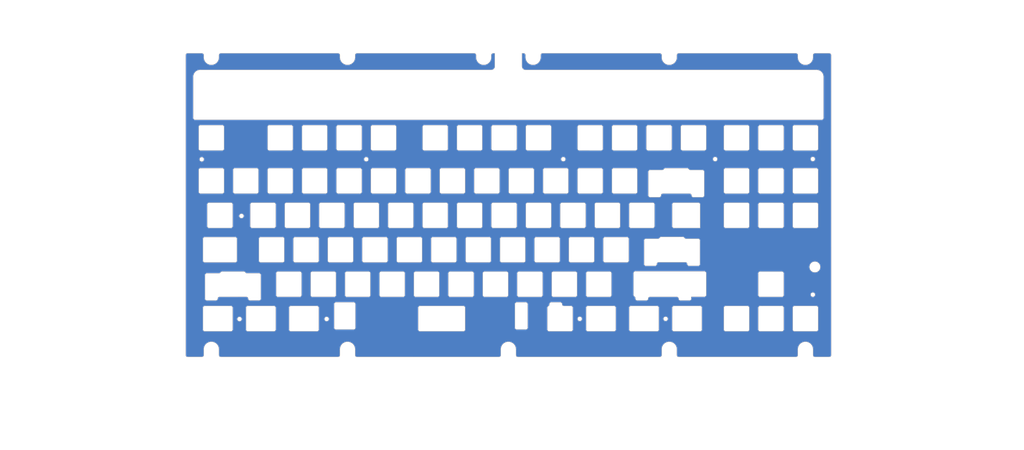
<source format=kicad_pcb>
(kicad_pcb (version 20221018) (generator pcbnew)
  (layers (0 "F.Cu" signal) (31 "B.Cu" signal) (34 "B.Paste" user) (35 "F.Paste" user) (36 "B.SilkS" user "B.Silkscreen") (37 "F.SilkS" user "F.Silkscreen") (38 "B.Mask" user) (39 "F.Mask" user) (44 "Edge.Cuts" user))
  (net 0 "")
  (gr_arc (start 131.822749 -91.369266) (mid 132.115665 -92.076351) (end 132.822756 -92.36926) (stroke (width 0.2)) (layer "Edge.Cuts"))
  (gr_line (start 145.82268 -79.36917) (end 145.822757 -91.369177) (stroke (width 0.2)) (layer "Edge.Cuts"))
  (gr_line (start 223.310547 -130.468705) (end 235.310554 -130.468628) (stroke (width 0.2)) (layer "Edge.Cuts"))
  (gr_arc (start -20.864516 -141.282764) (mid -21.157425 -140.575684) (end -21.864522 -140.28277) (stroke (width 0.2)) (layer "Edge.Cuts"))
  (gr_line (start 132.239382 -27.074575) (end 132.238861 -30.273697) (stroke (width 0.2)) (layer "Edge.Cuts"))
  (gr_line (start 268.647498 -40.268368) (end 256.647492 -40.268444) (stroke (width 0.2)) (layer "Edge.Cuts"))
  (gr_arc (start 55.335374 -117.469767) (mid 55.042465 -116.762688) (end 54.335367 -116.469772) (stroke (width 0.2)) (layer "Edge.Cuts"))
  (gr_arc (start 12.472608 -79.370019) (mid 12.17972 -78.662895) (end 11.472602 -78.370025) (stroke (width 0.2)) (layer "Edge.Cuts"))
  (gr_line (start 116.247537 -59.319348) (end 104.24753 -59.319424) (stroke (width 0.2)) (layer "Edge.Cuts"))
  (gr_line (start 84.197526 -60.319552) (end 84.197602 -72.319559) (stroke (width 0.2)) (layer "Edge.Cuts"))
  (gr_arc (start 109.010548 -140.281937) (mid 108.30345 -140.574847) (end 108.010554 -141.281944) (stroke (width 0.2)) (layer "Edge.Cuts"))
  (gr_arc (start 147.110569 -140.281695) (mid 146.403449 -140.574572) (end 146.110575 -141.281702) (stroke (width 0.2)) (layer "Edge.Cuts"))
  (gr_line (start 220.950339 -92.45696) (end 232.950338 -92.461038) (stroke (width 0.2)) (layer "Edge.Cuts"))
  (gr_line (start 66.147599 -73.319674) (end 78.147605 -73.319598) (stroke (width 0.2)) (layer "Edge.Cuts"))
  (gr_arc (start 154.347647 -73.319113) (mid 155.054701 -73.026172) (end 155.347641 -72.319106) (stroke (width 0.2)) (layer "Edge.Cuts"))
  (gr_line (start 3.235574 -153.282618) (end 3.235497 -141.282611) (stroke (width 0.2)) (layer "Edge.Cuts"))
  (gr_line (start 234.393097 -78.461528) (end 219.517098 -78.456472) (stroke (width 0.2)) (layer "Edge.Cuts"))
  (gr_arc (start 155.635505 -129.469135) (mid 155.928413 -130.17622) (end 156.635511 -130.469129) (stroke (width 0.2)) (layer "Edge.Cuts"))
  (gr_line (start 237.604353 -59.409628) (end 237.604346 -58.318575) (stroke (width 0.2)) (layer "Edge.Cuts"))
  (gr_arc (start 122.010289 -98.419332) (mid 121.717404 -97.712206) (end 121.010282 -97.419338) (stroke (width 0.2)) (layer "Edge.Cuts"))
  (gr_line (start 163.872684 -78.369055) (end 151.872677 -78.369131) (stroke (width 0.2)) (layer "Edge.Cuts"))
  (gr_line (start 6.709857 -40.270034) (end -7.671401 -40.270126) (stroke (width 0.2)) (layer "Edge.Cuts"))
  (gr_arc (start 206.735539 -130.46881) (mid 207.442597 -130.175872) (end 207.735533 -129.468803) (stroke (width 0.2)) (layer "Edge.Cuts"))
  (gr_arc (start 201.972794 -92.36882) (mid 202.679944 -92.075957) (end 202.972788 -91.368813) (stroke (width 0.2)) (layer "Edge.Cuts"))
  (gr_arc (start 128.939233 -186.84101) (mid 128.353477 -185.426744) (end 126.93922 -184.841023) (stroke (width 0.2)) (layer "Edge.Cuts"))
  (gr_arc (start 307.74801 -117.468161) (mid 307.455099 -116.761069) (end 306.748003 -116.468166) (stroke (width 0.2)) (layer "Edge.Cuts"))
  (gr_line (start 154.347647 -73.319113) (end 142.34764 -73.319189) (stroke (width 0.2)) (layer "Edge.Cuts"))
  (gr_line (start 268.647862 -97.418398) (end 256.647855 -97.418475) (stroke (width 0.2)) (layer "Edge.Cuts"))
  (gr_line (start 236.604339 -57.318581) (end 231.604337 -57.318613) (stroke (width 0.2)) (layer "Edge.Cuts"))
  (gr_arc (start 169.92277 -91.369023) (mid 170.215672 -92.076128) (end 170.922777 -92.369018) (stroke (width 0.2)) (layer "Edge.Cuts"))
  (gr_curve (pts (xy 211.513019 -90.453752) (xy 211.512832 -91.006036) (xy 211.960395 -91.453904) (xy 212.512679 -91.454092)) (stroke (width 0.2)) (layer "Edge.Cuts"))
  (gr_line (start 188.972704 -79.368896) (end 188.97278 -91.368902) (stroke (width 0.2)) (layer "Edge.Cuts"))
  (gr_line (start 242.456236 -97.419029) (end 229.455924 -97.418648) (stroke (width 0.2)) (layer "Edge.Cuts"))
  (gr_arc (start 126.77267 -79.369292) (mid 126.47977 -78.662199) (end 125.772663 -78.369297) (stroke (width 0.2)) (layer "Edge.Cuts"))
  (gr_line (start 194.735595 -140.281392) (end 206.735601 -140.281316) (stroke (width 0.2)) (layer "Edge.Cuts"))
  (gr_line (start 245.835705 -153.281074) (end 245.835628 -141.281067) (stroke (width 0.2)) (layer "Edge.Cuts"))
  (gr_line (start 184.210322 -98.418936) (end 184.210399 -110.418943) (stroke (width 0.2)) (layer "Edge.Cuts"))
  (gr_line (start 295.546049 -194.039954) (end 230.624049 -194.040368) (stroke (width 0.2)) (layer "Edge.Cuts"))
  (gr_arc (start 15.141194 -53.269988) (mid 15.434085 -53.977107) (end 16.141201 -54.269982) (stroke (width 0.2)) (layer "Edge.Cuts"))
  (gr_line (start 213.872447 -115.468757) (end 213.87253 -128.468764) (stroke (width 0.2)) (layer "Edge.Cuts"))
  (gr_arc (start 175.685584 -140.281513) (mid 174.97846 -140.574386) (end 174.68559 -141.28152) (stroke (width 0.2)) (layer "Edge.Cuts"))
  (gr_line (start 56.622715 -92.369745) (end 68.622722 -92.369669) (stroke (width 0.2)) (layer "Edge.Cuts"))
  (gr_line (start -33.86444 -154.282854) (end -21.864433 -154.282778) (stroke (width 0.2)) (layer "Edge.Cuts"))
  (gr_arc (start 275.697502 -40.268323) (mid 274.990428 -40.561251) (end 274.697508 -41.26833) (stroke (width 0.2)) (layer "Edge.Cuts"))
  (gr_arc (start 166.160306 -97.419051) (mid 165.45324 -97.711977) (end 165.160312 -98.419058) (stroke (width 0.2)) (layer "Edge.Cuts"))
  (gr_arc (start -32.483832 -53.270291) (mid -32.190941 -53.977417) (end -31.483825 -54.270285) (stroke (width 0.2)) (layer "Edge.Cuts"))
  (gr_line (start -21.864674 -116.470257) (end -33.86468 -116.470334) (stroke (width 0.2)) (layer "Edge.Cuts"))
  (gr_line (start 51.654512 -30.275632) (end 51.655034 -27.074749) (stroke (width 0.2)) (layer "Edge.Cuts"))
  (gr_arc (start 229.624238 -191.841082) (mid 225.424924 -187.640332) (end 221.224238 -191.839714) (stroke (width 0.2)) (layer "Edge.Cuts"))
  (gr_arc (start 7.997561 -72.320043) (mid 8.29047 -73.027138) (end 8.997568 -73.320038) (stroke (width 0.2)) (layer "Edge.Cuts"))
  (gr_circle (center 35.902374 -47.066956) (end 37.102374 -47.066956) (stroke (width 0.2)) (fill none) (layer "Edge.Cuts"))
  (gr_arc (start -29.102299 -97.420293) (mid -29.809411 -97.713188) (end -30.102293 -98.4203) (stroke (width 0.2)) (layer "Edge.Cuts"))
  (gr_arc (start 86.578732 -53.269533) (mid 86.871671 -53.97658) (end 87.578739 -54.269527) (stroke (width 0.2)) (layer "Edge.Cuts"))
  (gr_line (start -32.066459 -191.841326) (end -32.066655 -193.042209) (stroke (width 0.2)) (layer "Edge.Cuts"))
  (gr_arc (start 175.685433 -116.469) (mid 174.978338 -116.76189) (end 174.685439 -117.469007) (stroke (width 0.2)) (layer "Edge.Cuts"))
  (gr_line (start 43.255034 -27.075141) (end 43.254512 -30.274263) (stroke (width 0.2)) (layer "Edge.Cuts"))
  (gr_arc (start -6.289704 -110.420155) (mid -5.996824 -111.127295) (end -5.289697 -111.420149) (stroke (width 0.2)) (layer "Edge.Cuts"))
  (gr_line (start 144.822763 -92.369184) (end 132.822756 -92.36926) (stroke (width 0.2)) (layer "Edge.Cuts"))
  (gr_line (start 54.335519 -140.282285) (end 42.335512 -140.282362) (stroke (width 0.2)) (layer "Edge.Cuts"))
  (gr_arc (start 220.224049 -194.040434) (mid 220.931108 -193.747612) (end 221.224043 -193.040597) (stroke (width 0.2)) (layer "Edge.Cuts"))
  (gr_line (start 94.722736 -92.369502) (end 106.722742 -92.369426) (stroke (width 0.2)) (layer "Edge.Cuts"))
  (gr_arc (start 6.709946 -54.270042) (mid 7.41707 -53.977162) (end 7.70994 -53.270035) (stroke (width 0.2)) (layer "Edge.Cuts"))
  (gr_line (start -7.671312 -54.270133) (end 6.709946 -54.270042) (stroke (width 0.2)) (layer "Edge.Cuts"))
  (gr_line (start 218.64131 -54.268693) (end 204.260052 -54.268785) (stroke (width 0.2)) (layer "Edge.Cuts"))
  (gr_arc (start 213.785605 -140.281271) (mid 213.078482 -140.574163) (end 212.785611 -141.281278) (stroke (width 0.2)) (layer "Edge.Cuts"))
  (gr_line (start 86.578656 -41.269527) (end 86.578732 -53.269533) (stroke (width 0.2)) (layer "Edge.Cuts"))
  (gr_arc (start 161.397561 -59.31906) (mid 160.690463 -59.611967) (end 160.397567 -60.319067) (stroke (width 0.2)) (layer "Edge.Cuts"))
  (gr_line (start 42.335601 -154.282369) (end 54.335608 -154.282293) (stroke (width 0.2)) (layer "Edge.Cuts"))
  (gr_line (start 117.577352 -194.041087) (end 52.655352 -194.041501) (stroke (width 0.2)) (layer "Edge.Cuts"))
  (gr_arc (start 16.235587 -154.282535) (mid 16.942682 -153.98964) (end 17.235581 -153.282528) (stroke (width 0.2)) (layer "Edge.Cuts"))
  (gr_arc (start 294.747997 -116.468243) (mid 294.040909 -116.761158) (end 293.748003 -117.46825) (stroke (width 0.2)) (layer "Edge.Cuts"))
  (gr_line (start 193.735677 -153.281405) (end 193.7356 -141.281399) (stroke (width 0.2)) (layer "Edge.Cuts"))
  (gr_arc (start 31.522376 -41.269877) (mid 31.229471 -40.562791) (end 30.522369 -40.269883) (stroke (width 0.2)) (layer "Edge.Cuts"))
  (gr_line (start 102.960279 -98.419453) (end 102.960355 -110.41946) (stroke (width 0.2)) (layer "Edge.Cuts"))
  (gr_line (start -30.368332 -72.321537) (end -23.662383 -72.323816) (stroke (width 0.2)) (layer "Edge.Cuts"))
  (gr_arc (start 60.385453 -129.469741) (mid 60.67836 -130.17684) (end 61.38546 -130.469735) (stroke (width 0.2)) (layer "Edge.Cuts"))
  (gr_arc (start 269.647505 -41.268362) (mid 269.354595 -40.561268) (end 268.647498 -40.268368) (stroke (width 0.2)) (layer "Edge.Cuts"))
  (gr_arc (start -34.864447 -153.28286) (mid -34.571533 -153.989947) (end -33.86444 -154.282854) (stroke (width 0.2)) (layer "Edge.Cuts"))
  (gr_line (start 274.69822 -153.28089) (end 274.698144 -141.280884) (stroke (width 0.2)) (layer "Edge.Cuts"))
  (gr_arc (start 169.635436 -117.469039) (mid 169.34255 -116.761927) (end 168.635429 -116.469045) (stroke (width 0.2)) (layer "Edge.Cuts"))
  (gr_arc (start -14.81467 -116.470212) (mid -15.521824 -116.763069) (end -15.814664 -117.470219) (stroke (width 0.2)) (layer "Edge.Cuts"))
  (gr_line (start 293.748079 -129.468256) (end 293.748003 -117.46825) (stroke (width 0.2)) (layer "Edge.Cuts"))
  (gr_line (start 188.685446 -117.468918) (end 188.685522 -129.468925) (stroke (width 0.2)) (layer "Edge.Cuts"))
  (gr_arc (start 165.135044 -56.269035) (mid 165.842166 -55.976155) (end 166.135038 -55.269028) (stroke (width 0.2)) (layer "Edge.Cuts"))
  (gr_line (start 231.835621 -141.281156) (end 231.835697 -153.281163) (stroke (width 0.2)) (layer "Edge.Cuts"))
  (gr_arc (start 306.748093 -130.468174) (mid 307.455197 -130.175275) (end 307.748087 -129.468167) (stroke (width 0.2)) (layer "Edge.Cuts"))
  (gr_line (start 306.747882 -97.418156) (end 294.747876 -97.418232) (stroke (width 0.2)) (layer "Edge.Cuts"))
  (gr_arc (start 207.735456 -117.468797) (mid 207.442557 -116.761705) (end 206.735449 -116.468803) (stroke (width 0.2)) (layer "Edge.Cuts"))
  (gr_arc (start 304.946043 -193.039725) (mid 305.238896 -193.746924) (end 305.946049 -194.039888) (stroke (width 0.2)) (layer "Edge.Cuts"))
  (gr_line (start 304.94521 -30.27402) (end 304.945731 -27.073137) (stroke (width 0.2)) (layer "Edge.Cuts"))
  (gr_line (start 121.010644 -154.281869) (end 109.010637 -154.281945) (stroke (width 0.2)) (layer "Edge.Cuts"))
  (gr_arc (start 85.19752 -59.319545) (mid 84.490443 -59.612466) (end 84.197526 -60.319552) (stroke (width 0.2)) (layer "Edge.Cuts"))
  (gr_arc (start -13.721156 -79.370185) (mid -14.014025 -78.663041) (end -14.721163 -78.370191) (stroke (width 0.2)) (layer "Edge.Cuts"))
  (gr_line (start 104.24762 -73.319432) (end 116.247626 -73.319355) (stroke (width 0.2)) (layer "Edge.Cuts"))
  (gr_arc (start 294.748149 -140.280756) (mid 294.041044 -140.573654) (end 293.748154 -141.280762) (stroke (width 0.2)) (layer "Edge.Cuts"))
  (gr_line (start 63.86034 -111.419709) (end 51.860334 -111.419785) (stroke (width 0.2)) (layer "Edge.Cuts"))
  (gr_line (start 294.747512 -40.268202) (end 306.747519 -40.268125) (stroke (width 0.2)) (layer "Edge.Cuts"))
  (gr_arc (start 220.872451 -115.468712) (mid 221.165348 -116.175831) (end 221.872458 -116.468706) (stroke (width 0.2)) (layer "Edge.Cuts"))
  (gr_arc (start 122.010562 -141.281855) (mid 121.717683 -140.574724) (end 121.010555 -140.281861) (stroke (width 0.2)) (layer "Edge.Cuts"))
  (gr_curve (pts (xy 220.084484 -91.956665) (xy 220.263011 -92.266127) (xy 220.593073 -92.456838) (xy 220.950339 -92.45696)) (stroke (width 0.2)) (layer "Edge.Cuts"))
  (gr_arc (start 41.335443 -129.469862) (mid 41.628357 -130.176951) (end 42.33545 -130.469856) (stroke (width 0.2)) (layer "Edge.Cuts"))
  (gr_line (start 228.072929 -111.418664) (end 241.456242 -111.418579) (stroke (width 0.2)) (layer "Edge.Cuts"))
  (gr_line (start 160.110386 -110.419096) (end 160.110309 -98.41909) (stroke (width 0.2)) (layer "Edge.Cuts"))
  (gr_line (start 234.682729 -91.461627) (end 241.388678 -91.463906) (stroke (width 0.2)) (layer "Edge.Cuts"))
  (gr_arc (start 288.698152 -141.280795) (mid 288.405262 -140.573681) (end 287.698145 -140.2808) (stroke (width 0.2)) (layer "Edge.Cuts"))
  (gr_arc (start 160.110309 -98.41909) (mid 159.817381 -97.712014) (end 159.110303 -97.419095) (stroke (width 0.2)) (layer "Edge.Cuts"))
  (gr_arc (start 170.922688 -78.36901) (mid 170.215561 -78.661881) (end 169.922694 -79.369017) (stroke (width 0.2)) (layer "Edge.Cuts"))
  (gr_line (start 156.635422 -116.469122) (end 168.635429 -116.469045) (stroke (width 0.2)) (layer "Edge.Cuts"))
  (gr_arc (start 141.639376 -26.074346) (mid 140.932323 -26.367187) (end 140.639383 -27.074183) (stroke (width 0.2)) (layer "Edge.Cuts"))
  (gr_line (start 219.641228 -41.26868) (end 219.641304 -53.268686) (stroke (width 0.2)) (layer "Edge.Cuts"))
  (gr_line (start 227.072558 -53.268639) (end 227.072482 -41.268633) (stroke (width 0.2)) (layer "Edge.Cuts"))
  (gr_line (start 46.097505 -60.319795) (end 46.097582 -72.319801) (stroke (width 0.2)) (layer "Edge.Cuts"))
  (gr_line (start 128.060648 -154.281824) (end 140.060654 -154.281747) (stroke (width 0.2)) (layer "Edge.Cuts"))
  (gr_line (start 35.285357 -116.469894) (end 23.28535 -116.46997) (stroke (width 0.2)) (layer "Edge.Cuts"))
  (gr_line (start -33.066648 -194.042046) (end -41.062442 -194.042097) (stroke (width 0.2)) (layer "Edge.Cuts"))
  (gr_arc (start 94.722647 -78.369495) (mid 94.015541 -78.66238) (end 93.722652 -79.369502) (stroke (width 0.2)) (layer "Edge.Cuts"))
  (gr_line (start 195.828791 -53.268838) (end 195.828715 -41.268832) (stroke (width 0.2)) (layer "Edge.Cuts"))
  (gr_line (start 269.647581 -53.268368) (end 269.647505 -41.268362) (stroke (width 0.2)) (layer "Edge.Cuts"))
  (gr_line (start 60.097589 -72.319712) (end 60.097513 -60.319705) (stroke (width 0.2)) (layer "Edge.Cuts"))
  (gr_arc (start 112.772739 -91.369387) (mid 113.065662 -92.076462) (end 113.772746 -92.369381) (stroke (width 0.2)) (layer "Edge.Cuts"))
  (gr_line (start 293.748231 -153.280769) (end 293.748154 -141.280762) (stroke (width 0.2)) (layer "Edge.Cuts"))
  (gr_line (start 197.210323 -97.418853) (end 185.210317 -97.418929) (stroke (width 0.2)) (layer "Edge.Cuts"))
  (gr_line (start 23.285502 -140.282483) (end 35.285508 -140.282407) (stroke (width 0.2)) (layer "Edge.Cuts"))
  (gr_curve (pts (xy -9.930673 -73.328484) (xy -9.573407 -73.328605) (xy -9.243215 -73.138118) (xy -9.064477 -72.828778)) (stroke (width 0.2)) (layer "Edge.Cuts"))
  (gr_arc (start -33.066648 -194.042046) (mid -32.359587 -193.749224) (end -32.066655 -193.042209) (stroke (width 0.2)) (layer "Edge.Cuts"))
  (gr_line (start 50.834887 -41.269754) (end 41.078631 -41.269816) (stroke (width 0.2)) (layer "Edge.Cuts"))
  (gr_arc (start 160.110582 -141.281613) (mid 159.81769 -140.574502) (end 159.110575 -140.281619) (stroke (width 0.2)) (layer "Edge.Cuts"))
  (gr_arc (start 121.010644 -154.281869) (mid 121.717749 -153.988962) (end 122.010638 -153.281862) (stroke (width 0.2)) (layer "Edge.Cuts"))
  (gr_line (start 61.38546 -130.469735) (end 73.385467 -130.469659) (stroke (width 0.2)) (layer "Edge.Cuts"))
  (gr_arc (start -22.666972 -26.075392) (mid -23.374007 -26.368223) (end -23.666966 -27.075229) (stroke (width 0.2)) (layer "Edge.Cuts"))
  (gr_arc (start 159.135033 -55.064455) (mid 158.983751 -54.535602) (end 158.575652 -54.166767) (stroke (width 0.2)) (layer "Edge.Cuts"))
  (gr_arc (start 141.078685 -41.26918) (mid 140.371578 -41.56208) (end 140.078691 -42.269187) (stroke (width 0.2)) (layer "Edge.Cuts"))
  (gr_line (start 52.655028 -26.074912) (end 131.239376 -26.074412) (stroke (width 0.2)) (layer "Edge.Cuts"))
  (gr_arc (start 207.728324 -57.318764) (mid 207.021251 -57.611684) (end 206.728329 -58.318771) (stroke (width 0.2)) (layer "Edge.Cuts"))
  (gr_circle (center 250.816898 -135.518194) (end 252.016898 -135.518194) (stroke (width 0.2)) (fill none) (layer "Edge.Cuts"))
  (gr_line (start 43.255541 -191.840847) (end 43.255345 -193.04173) (stroke (width 0.2)) (layer "Edge.Cuts"))
  (gr_arc (start 128.060286 -97.419293) (mid 127.353183 -97.712193) (end 127.060292 -98.4193) (stroke (width 0.2)) (layer "Edge.Cuts"))
  (gr_arc (start -21.864585 -130.470265) (mid -21.157498 -130.177362) (end -20.864591 -129.470258) (stroke (width 0.2)) (layer "Edge.Cuts"))
  (gr_line (start -14.721073 -92.370199) (end -31.483583 -92.370306) (stroke (width 0.2)) (layer "Edge.Cuts"))
  (gr_line (start -31.363573 -58.321198) (end -31.367992 -71.321197) (stroke (width 0.2)) (layer "Edge.Cuts"))
  (gr_line (start 40.047585 -73.31984) (end 28.047578 -73.319916) (stroke (width 0.2)) (layer "Edge.Cuts"))
  (gr_arc (start 40.07872 -55.26983) (mid 40.371592 -55.976977) (end 41.078727 -56.269824) (stroke (width 0.2)) (layer "Edge.Cuts"))
  (gr_line (start 194.735532 -130.468887) (end 206.735539 -130.46881) (stroke (width 0.2)) (layer "Edge.Cuts"))
  (gr_line (start 220.224049 -194.040434) (end 155.302049 -194.040847) (stroke (width 0.2)) (layer "Edge.Cuts"))
  (gr_arc (start -7.671401 -40.270126) (mid -8.378471 -40.563053) (end -8.671395 -41.270133) (stroke (width 0.2)) (layer "Edge.Cuts"))
  (gr_line (start -33.864591 -130.470341) (end -21.864585 -130.470265) (stroke (width 0.2)) (layer "Edge.Cuts"))
  (gr_arc (start 204.260327 -97.418808) (mid 203.553174 -97.711665) (end 203.260333 -98.418815) (stroke (width 0.2)) (layer "Edge.Cuts"))
  (gr_arc (start 82.91035 -111.419588) (mid 83.617458 -111.12668) (end 83.910345 -110.419581) (stroke (width 0.2)) (layer "Edge.Cuts"))
  (gr_line (start 216.260333 -97.418732) (end 204.260327 -97.418808) (stroke (width 0.2)) (layer "Edge.Cuts"))
  (gr_arc (start 130.535497 -130.469295) (mid 131.242606 -130.1764) (end 131.535492 -129.469288) (stroke (width 0.2)) (layer "Edge.Cuts"))
  (gr_arc (start 231.604337 -57.318613) (mid 230.897179 -57.611467) (end 230.604342 -58.318619) (stroke (width 0.2)) (layer "Edge.Cuts"))
  (gr_arc (start 231.835697 -153.281163) (mid 232.128579 -153.988297) (end 232.835704 -154.281157) (stroke (width 0.2)) (layer "Edge.Cuts"))
  (gr_line (start 79.1476 -72.319591) (end 79.147523 -60.319584) (stroke (width 0.2)) (layer "Edge.Cuts"))
  (gr_line (start 243.748457 -114.468566) (end 238.748454 -114.468598) (stroke (width 0.2)) (layer "Edge.Cuts"))
  (gr_line (start -31.483672 -78.370298) (end -14.721163 -78.370191) (stroke (width 0.2)) (layer "Edge.Cuts"))
  (gr_line (start 130.535497 -130.469295) (end 118.535491 -130.469372) (stroke (width 0.2)) (layer "Edge.Cuts"))
  (gr_circle (center 166.816909 -135.47624) (end 168.016909 -135.47624) (stroke (width 0.2)) (fill none) (layer "Edge.Cuts"))
  (gr_line (start 127.060564 -141.281823) (end 127.060641 -153.28183) (stroke (width 0.2)) (layer "Edge.Cuts"))
  (gr_arc (start 111.485487 -130.469416) (mid 112.192581 -130.176497) (end 112.485481 -129.469409) (stroke (width 0.2)) (layer "Edge.Cuts"))
  (gr_line (start 187.685528 -130.468931) (end 175.685522 -130.469008) (stroke (width 0.2)) (layer "Edge.Cuts"))
  (gr_line (start -34.084499 -184.842048) (end 126.93922 -184.841023) (stroke (width 0.2)) (layer "Edge.Cuts"))
  (gr_arc (start 237.042599 -129.468617) (mid 236.5426 -129.602594) (end 236.176577 -129.968623) (stroke (width 0.2)) (layer "Edge.Cuts"))
  (gr_circle (center 304.816892 -135.545165) (end 306.016892 -135.545165) (stroke (width 0.2)) (fill none) (layer "Edge.Cuts"))
  (gr_arc (start 268.647951 -111.418406) (mid 269.355032 -111.125483) (end 269.647945 -110.418399) (stroke (width 0.2)) (layer "Edge.Cuts"))
  (gr_line (start 255.648059 -129.468499) (end 255.647982 -117.468492) (stroke (width 0.2)) (layer "Edge.Cuts"))
  (gr_arc (start 109.010275 -97.419414) (mid 108.303158 -97.71229) (end 108.010281 -98.419421) (stroke (width 0.2)) (layer "Edge.Cuts"))
  (gr_arc (start 217.26034 -98.418726) (mid 216.967485 -97.711556) (end 216.260333 -97.418732) (stroke (width 0.2)) (layer "Edge.Cuts"))
  (gr_line (start 126.977346 -193.040858) (end 126.977541 -191.841737) (stroke (width 0.2)) (layer "Edge.Cuts"))
  (gr_arc (start 112.485405 -117.469403) (mid 112.192481 -116.762319) (end 111.485398 -116.469409) (stroke (width 0.2)) (layer "Edge.Cuts"))
  (gr_arc (start 4.23534 -116.470091) (mid 3.528237 -116.762978) (end 3.235346 -117.470098) (stroke (width 0.2)) (layer "Edge.Cuts"))
  (gr_arc (start 202.972711 -79.368807) (mid 202.679789 -78.661719) (end 201.972704 -78.368812) (stroke (width 0.2)) (layer "Edge.Cuts"))
  (gr_arc (start 122.297623 -72.319316) (mid 122.590496 -73.026436) (end 123.29763 -73.31931) (stroke (width 0.2)) (layer "Edge.Cuts"))
  (gr_line (start 41.335518 -141.282369) (end 41.335594 -153.282375) (stroke (width 0.2)) (layer "Edge.Cuts"))
  (gr_line (start -34.864523 -141.282853) (end -34.864447 -153.28286) (stroke (width 0.2)) (layer "Edge.Cuts"))
  (gr_line (start 194.828708 -40.268837) (end 180.44745 -40.268929) (stroke (width 0.2)) (layer "Edge.Cuts"))
  (gr_line (start 164.872767 -91.369056) (end 164.872691 -79.369049) (stroke (width 0.2)) (layer "Edge.Cuts"))
  (gr_arc (start 168.635518 -130.469053) (mid 169.342664 -130.176183) (end 169.635512 -129.469046) (stroke (width 0.2)) (layer "Edge.Cuts"))
  (gr_arc (start 126.977346 -193.040858) (mid 127.270223 -193.748013) (end 127.977352 -194.041021) (stroke (width 0.2)) (layer "Edge.Cuts"))
  (gr_curve (pts (xy -31.367992 -71.321197) (xy -31.368179 -71.873482) (xy -30.920616 -72.321349) (xy -30.368332 -72.321537)) (stroke (width 0.2)) (layer "Edge.Cuts"))
  (gr_arc (start 68.622722 -92.369669) (mid 69.329806 -92.076764) (end 69.622716 -91.369662) (stroke (width 0.2)) (layer "Edge.Cuts"))
  (gr_arc (start 159.110392 -111.419103) (mid 159.817478 -111.126181) (end 160.110386 -110.419096) (stroke (width 0.2)) (layer "Edge.Cuts"))
  (gr_arc (start 27.047571 -72.319922) (mid 27.340473 -73.027027) (end 28.047578 -73.319916) (stroke (width 0.2)) (layer "Edge.Cuts"))
  (gr_line (start 117.24762 -72.319348) (end 117.247544 -60.319342) (stroke (width 0.2)) (layer "Edge.Cuts"))
  (gr_line (start 221.224238 -191.839714) (end 221.224043 -193.040597) (stroke (width 0.2)) (layer "Edge.Cuts"))
  (gr_arc (start 47.0975 -59.319788) (mid 46.390387 -59.612683) (end 46.097505 -60.319795) (stroke (width 0.2)) (layer "Edge.Cuts"))
  (gr_line (start 7.710227 -98.420059) (end 7.710303 -110.420066) (stroke (width 0.2)) (layer "Edge.Cuts"))
  (gr_arc (start 221.223731 -27.074008) (mid 220.930876 -26.366818) (end 220.223725 -26.073845) (stroke (width 0.2)) (layer "Edge.Cuts"))
  (gr_arc (start 149.585508 -130.469174) (mid 150.292603 -130.176274) (end 150.585502 -129.469167) (stroke (width 0.2)) (layer "Edge.Cuts"))
  (gr_arc (start -37.866523 -181.060072) (mid -36.758768 -183.73432) (end -34.084499 -184.842048) (stroke (width 0.2)) (layer "Edge.Cuts"))
  (gr_line (start 229.455924 -97.418648) (end 228.07284 -97.418657) (stroke (width 0.2)) (layer "Edge.Cuts"))
  (gr_line (start 8.997479 -59.32003) (end 20.997486 -59.319954) (stroke (width 0.2)) (layer "Edge.Cuts"))
  (gr_arc (start 212.785687 -153.281284) (mid 213.078576 -153.988408) (end 213.785694 -154.281278) (stroke (width 0.2)) (layer "Edge.Cuts"))
  (gr_line (start 179.160396 -110.418975) (end 179.16032 -98.418968) (stroke (width 0.2)) (layer "Edge.Cuts"))
  (gr_arc (start 88.96062 -153.282072) (mid 89.253507 -153.989192) (end 89.960627 -154.282066) (stroke (width 0.2)) (layer "Edge.Cuts"))
  (gr_line (start 44.810241 -97.419823) (end 32.810234 -97.419899) (stroke (width 0.2)) (layer "Edge.Cuts"))
  (gr_arc (start 314.987048 -27.073411) (mid 314.694231 -26.366175) (end 313.987041 -26.073248) (stroke (width 0.2)) (layer "Edge.Cuts"))
  (gr_arc (start 46.097582 -72.319801) (mid 46.390477 -73.026916) (end 47.097589 -73.319795) (stroke (width 0.2)) (layer "Edge.Cuts"))
  (gr_line (start 85.197609 -73.319553) (end 97.197616 -73.319476) (stroke (width 0.2)) (layer "Edge.Cuts"))
  (gr_line (start 88.960347 -110.419549) (end 88.960271 -98.419542) (stroke (width 0.2)) (layer "Edge.Cuts"))
  (gr_line (start 212.728326 -57.318733) (end 207.728324 -57.318764) (stroke (width 0.2)) (layer "Edge.Cuts"))
  (gr_arc (start 174.685666 -153.281527) (mid 174.978569 -153.988631) (end 175.685673 -154.281521) (stroke (width 0.2)) (layer "Edge.Cuts"))
  (gr_arc (start 188.97278 -91.368902) (mid 189.265675 -92.076017) (end 189.972787 -92.368896) (stroke (width 0.2)) (layer "Edge.Cuts"))
  (gr_line (start 193.735449 -117.468886) (end 193.735525 -129.468892) (stroke (width 0.2)) (layer "Edge.Cuts"))
  (gr_line (start 113.772746 -92.369381) (end 125.772752 -92.369305) (stroke (width 0.2)) (layer "Edge.Cuts"))
  (gr_arc (start -32.483589 -91.370311) (mid -32.190689 -92.077409) (end -31.483583 -92.370306) (stroke (width 0.2)) (layer "Edge.Cuts"))
  (gr_arc (start 306.747608 -54.268133) (mid 307.454736 -53.975257) (end 307.747602 -53.268126) (stroke (width 0.2)) (layer "Edge.Cuts"))
  (gr_arc (start 92.435477 -130.469538) (mid 93.142579 -130.176647) (end 93.435471 -129.469531) (stroke (width 0.2)) (layer "Edge.Cuts"))
  (gr_line (start 256.647944 -111.418482) (end 268.647951 -111.418406) (stroke (width 0.2)) (layer "Edge.Cuts"))
  (gr_line (start -20.864591 -129.470258) (end -20.864667 -117.470252) (stroke (width 0.2)) (layer "Edge.Cuts"))
  (gr_line (start -22.666972 -26.075392) (end 42.255028 -26.074978) (stroke (width 0.2)) (layer "Edge.Cuts"))
  (gr_arc (start 16.141112 -40.269974) (mid 15.433986 -40.562864) (end 15.141117 -41.269981) (stroke (width 0.2)) (layer "Edge.Cuts"))
  (gr_line (start 149.585419 -116.469166) (end 137.585412 -116.469243) (stroke (width 0.2)) (layer "Edge.Cuts"))
  (gr_line (start 174.685666 -153.281527) (end 174.68559 -141.28152) (stroke (width 0.2)) (layer "Edge.Cuts"))
  (gr_arc (start 69.910337 -110.41967) (mid 70.203254 -111.126756) (end 70.910344 -111.419664) (stroke (width 0.2)) (layer "Edge.Cuts"))
  (gr_curve (pts (xy 206.728331 -58.6313) (xy 206.728333 -58.813882) (xy 206.676916 -58.996229) (xy 206.581905 -59.151985)) (stroke (width 0.2)) (layer "Edge.Cuts"))
  (gr_arc (start 41.047503 -60.319827) (mid 40.754617 -59.612699) (end 40.047496 -59.319833) (stroke (width 0.2)) (layer "Edge.Cuts"))
  (gr_line (start 147.078778 -55.269149) (end 147.078695 -42.269142) (stroke (width 0.2)) (layer "Edge.Cuts"))
  (gr_arc (start 42.335512 -140.282362) (mid 41.628446 -140.575286) (end 41.335518 -141.282369) (stroke (width 0.2)) (layer "Edge.Cuts"))
  (gr_arc (start 3.235422 -129.470105) (mid 3.528292 -130.177233) (end 4.235429 -130.470099) (stroke (width 0.2)) (layer "Edge.Cuts"))
  (gr_arc (start 198.21033 -98.418847) (mid 197.917417 -97.711761) (end 197.210323 -97.418853) (stroke (width 0.2)) (layer "Edge.Cuts"))
  (gr_line (start 140.638861 -30.275066) (end 140.639383 -27.074183) (stroke (width 0.2)) (layer "Edge.Cuts"))
  (gr_line (start 22.285584 -153.282496) (end 22.285508 -141.28249) (stroke (width 0.2)) (layer "Edge.Cuts"))
  (gr_arc (start 269.64799 -117.468403) (mid 269.35508 -116.76131) (end 268.647983 -116.468409) (stroke (width 0.2)) (layer "Edge.Cuts"))
  (gr_arc (start 183.922701 -79.368928) (mid 183.629815 -78.6618) (end 182.922694 -78.368934) (stroke (width 0.2)) (layer "Edge.Cuts"))
  (gr_line (start 173.397657 -73.318992) (end 161.39765 -73.319068) (stroke (width 0.2)) (layer "Edge.Cuts"))
  (gr_arc (start 55.622708 -91.369751) (mid 55.915587 -92.076889) (end 56.622715 -92.369745) (stroke (width 0.2)) (layer "Edge.Cuts"))
  (gr_arc (start 127.060368 -110.419306) (mid 127.353264 -111.126423) (end 128.060375 -111.419301) (stroke (width 0.2)) (layer "Edge.Cuts"))
  (gr_line (start 37.572705 -92.369866) (end 49.572711 -92.36979) (stroke (width 0.2)) (layer "Edge.Cuts"))
  (gr_arc (start 256.647976 -116.468485) (mid 255.940865 -116.761377) (end 255.647982 -117.468492) (stroke (width 0.2)) (layer "Edge.Cuts"))
  (gr_arc (start -14.721073 -92.370199) (mid -14.013982 -92.077294) (end -13.721079 -91.370192) (stroke (width 0.2)) (layer "Edge.Cuts"))
  (gr_line (start -20.864439 -153.282771) (end -20.864516 -141.282764) (stroke (width 0.2)) (layer "Edge.Cuts"))
  (gr_line (start 293.747594 -53.268215) (end 293.747518 -41.268208) (stroke (width 0.2)) (layer "Edge.Cuts"))
  (gr_line (start 45.810324 -110.419823) (end 45.810248 -98.419817) (stroke (width 0.2)) (layer "Edge.Cuts"))
  (gr_arc (start 269.647869 -98.418393) (mid 269.354971 -97.711289) (end 268.647862 -97.418398) (stroke (width 0.2)) (layer "Edge.Cuts"))
  (gr_line (start 150.585502 -129.469167) (end 150.585426 -117.469161) (stroke (width 0.2)) (layer "Edge.Cuts"))
  (gr_line (start 70.910255 -97.419657) (end 82.910261 -97.41958) (stroke (width 0.2)) (layer "Edge.Cuts"))
  (gr_line (start 12.76023 -98.420027) (end 12.760306 -110.420034) (stroke (width 0.2)) (layer "Edge.Cuts"))
  (gr_arc (start 30.522701 -92.369911) (mid 31.229784 -92.076986) (end 31.522695 -91.369904) (stroke (width 0.2)) (layer "Edge.Cuts"))
  (gr_arc (start 21.997492 -60.319948) (mid 21.704578 -59.612876) (end 20.997486 -59.319954) (stroke (width 0.2)) (layer "Edge.Cuts"))
  (gr_arc (start 17.522688 -91.369993) (mid 17.81558 -92.077111) (end 18.522694 -92.369987) (stroke (width 0.2)) (layer "Edge.Cuts"))
  (gr_arc (start 126.977541 -191.841737) (mid 122.778225 -187.641049) (end 118.577541 -191.840368) (stroke (width 0.2)) (layer "Edge.Cuts"))
  (gr_arc (start -17.102204 -111.420224) (mid -16.395054 -111.12736) (end -16.102209 -110.420217) (stroke (width 0.2)) (layer "Edge.Cuts"))
  (gr_arc (start 237.604346 -58.318575) (mid 237.311474 -57.611436) (end 236.604339 -57.318581) (stroke (width 0.2)) (layer "Edge.Cuts"))
  (gr_line (start 288.697636 -60.318251) (end 288.697713 -72.318257) (stroke (width 0.2)) (layer "Edge.Cuts"))
  (gr_line (start 307.747966 -110.418157) (end 307.747889 -98.41815) (stroke (width 0.2)) (layer "Edge.Cuts"))
  (gr_arc (start 274.697948 -110.418367) (mid 274.990864 -111.125455) (end 275.697955 -111.418361) (stroke (width 0.2)) (layer "Edge.Cuts"))
  (gr_arc (start 108.01063 -153.281951) (mid 108.30351 -153.989081) (end 109.010637 -154.281945) (stroke (width 0.2)) (layer "Edge.Cuts"))
  (gr_arc (start -21.864433 -154.282778) (mid -21.157339 -153.989863) (end -20.864439 -153.282771) (stroke (width 0.2)) (layer "Edge.Cuts"))
  (gr_line (start 109.010548 -140.281937) (end 121.010555 -140.281861) (stroke (width 0.2)) (layer "Edge.Cuts"))
  (gr_line (start 41.047503 -60.319827) (end 41.047579 -72.319833) (stroke (width 0.2)) (layer "Edge.Cuts"))
  (gr_arc (start 99.485392 -116.469485) (mid 98.778283 -116.762383) (end 98.485397 -117.469492) (stroke (width 0.2)) (layer "Edge.Cuts"))
  (gr_line (start 26.760314 -110.419945) (end 26.760237 -98.419938) (stroke (width 0.2)) (layer "Edge.Cuts"))
  (gr_arc (start 287.697961 -111.418285) (mid 288.405053 -111.125374) (end 288.697955 -110.418278) (stroke (width 0.2)) (layer "Edge.Cuts"))
  (gr_arc (start -30.102217 -110.420306) (mid -29.80932 -111.127417) (end -29.10221 -111.420301) (stroke (width 0.2)) (layer "Edge.Cuts"))
  (gr_line (start 287.697719 -73.318264) (end 275.697712 -73.318341) (stroke (width 0.2)) (layer "Edge.Cuts"))
  (gr_arc (start 307.748162 -141.280673) (mid 307.455272 -140.57356) (end 306.748155 -140.280679) (stroke (width 0.2)) (layer "Edge.Cuts"))
  (gr_line (start 159.110303 -97.419095) (end 147.110296 -97.419172) (stroke (width 0.2)) (layer "Edge.Cuts"))
  (gr_line (start 146.078688 -41.269148) (end 141.078685 -41.26918) (stroke (width 0.2)) (layer "Edge.Cuts"))
  (gr_line (start 306.748244 -154.280687) (end 294.748238 -154.280763) (stroke (width 0.2)) (layer "Edge.Cuts"))
  (gr_arc (start 159.016189 -40.269065) (mid 158.309074 -40.561962) (end 158.016195 -41.269072) (stroke (width 0.2)) (layer "Edge.Cuts"))
  (gr_arc (start 56.622626 -78.369737) (mid 55.915542 -78.662655) (end 55.622632 -79.369744) (stroke (width 0.2)) (layer "Edge.Cuts"))
  (gr_arc (start 28.047489 -59.319909) (mid 27.340325 -59.612774) (end 27.047495 -60.319916) (stroke (width 0.2)) (layer "Edge.Cuts"))
  (gr_line (start 165.135044 -56.269035) (end 160.135041 -56.269067) (stroke (width 0.2)) (layer "Edge.Cuts"))
  (gr_arc (start 288.697879 -98.418271) (mid 288.404981 -97.711166) (end 287.697872 -97.418277) (stroke (width 0.2)) (layer "Edge.Cuts"))
  (gr_line (start 13.760313 -111.420028) (end 25.76032 -111.419952) (stroke (width 0.2)) (layer "Edge.Cuts"))
  (gr_line (start 118.577541 -191.840368) (end 118.577345 -193.04125) (stroke (width 0.2)) (layer "Edge.Cuts"))
  (gr_line (start 102.960551 -141.281976) (end 102.960628 -153.281983) (stroke (width 0.2)) (layer "Edge.Cuts"))
  (gr_arc (start 103.247613 -72.319437) (mid 103.540487 -73.026582) (end 104.24762 -73.319432) (stroke (width 0.2)) (layer "Edge.Cuts"))
  (gr_arc (start 243.748552 -129.468574) (mid 244.455654 -129.175664) (end 244.748546 -128.468567) (stroke (width 0.2)) (layer "Edge.Cuts"))
  (gr_line (start -21.864522 -140.28277) (end -33.864529 -140.282847) (stroke (width 0.2)) (layer "Edge.Cuts"))
  (gr_line (start 236.748466 -116.468612) (end 221.872458 -116.468706) (stroke (width 0.2)) (layer "Edge.Cuts"))
  (gr_arc (start 255.64821 -153.281011) (mid 255.941081 -153.988139) (end 256.648217 -154.281006) (stroke (width 0.2)) (layer "Edge.Cuts"))
  (gr_line (start 132.822667 -78.369252) (end 144.822674 -78.369176) (stroke (width 0.2)) (layer "Edge.Cuts"))
  (gr_line (start 165.160312 -98.419058) (end 165.160389 -110.419064) (stroke (width 0.2)) (layer "Edge.Cuts"))
  (gr_line (start 17.235505 -141.282522) (end 17.235581 -153.282528) (stroke (width 0.2)) (layer "Edge.Cuts"))
  (gr_line (start 304.946043 -193.039725) (end 304.946238 -191.840603) (stroke (width 0.2)) (layer "Edge.Cuts"))
  (gr_line (start 307.747525 -41.268119) (end 307.747602 -53.268126) (stroke (width 0.2)) (layer "Edge.Cuts"))
  (gr_arc (start 50.860327 -110.419791) (mid 51.153192 -111.126926) (end 51.860334 -111.419785) (stroke (width 0.2)) (layer "Edge.Cuts"))
  (gr_arc (start -33.864529 -140.282847) (mid -34.571638 -140.575749) (end -34.864523 -141.282853) (stroke (width 0.2)) (layer "Edge.Cuts"))
  (gr_line (start -32.066966 -27.075621) (end -32.067487 -30.274743) (stroke (width 0.2)) (layer "Edge.Cuts"))
  (gr_arc (start 60.385605 -153.282254) (mid 60.678485 -153.989391) (end 61.385612 -154.282248) (stroke (width 0.2)) (layer "Edge.Cuts"))
  (gr_arc (start 158.016271 -53.269079) (mid 158.167549 -53.797948) (end 158.575652 -54.166767) (stroke (width 0.2)) (layer "Edge.Cuts"))
  (gr_curve (pts (xy -22.796527 -72.824111) (xy -22.975055 -72.514649) (xy -23.305117 -72.323938) (xy -23.662383 -72.323816)) (stroke (width 0.2)) (layer "Edge.Cuts"))
  (gr_line (start 229.624043 -193.040205) (end 229.624238 -191.841082) (stroke (width 0.2)) (layer "Edge.Cuts"))
  (gr_arc (start 194.735595 -140.281392) (mid 194.028486 -140.574289) (end 193.7356 -141.281399) (stroke (width 0.2)) (layer "Edge.Cuts"))
  (gr_arc (start 189.972698 -78.368889) (mid 189.265586 -78.661785) (end 188.972704 -79.368896) (stroke (width 0.2)) (layer "Edge.Cuts"))
  (gr_circle (center 175.902357 -47.13688) (end 177.102357 -47.13688) (stroke (width 0.2)) (fill none) (layer "Edge.Cuts"))
  (gr_arc (start 6.710309 -111.420073) (mid 7.417403 -111.127172) (end 7.710303 -110.420066) (stroke (width 0.2)) (layer "Edge.Cuts"))
  (gr_line (start 201.972704 -78.368812) (end 189.972698 -78.368889) (stroke (width 0.2)) (layer "Edge.Cuts"))
  (gr_arc (start 141.347633 -72.319195) (mid 141.640558 -73.026267) (end 142.34764 -73.319189) (stroke (width 0.2)) (layer "Edge.Cuts"))
  (gr_arc (start 226.785618 -141.281189) (mid 226.49269 -140.57411) (end 225.785611 -140.281194) (stroke (width 0.2)) (layer "Edge.Cuts"))
  (gr_arc (start 245.837334 -60.409634) (mid 245.544484 -59.702464) (end 244.837334 -59.409633) (stroke (width 0.2)) (layer "Edge.Cuts"))
  (gr_line (start 187.68568 -154.281444) (end 175.685673 -154.281521) (stroke (width 0.2)) (layer "Edge.Cuts"))
  (gr_arc (start 193.735525 -129.468892) (mid 194.02839 -130.176027) (end 194.735532 -130.468887) (stroke (width 0.2)) (layer "Edge.Cuts"))
  (gr_arc (start 36.285364 -117.469888) (mid 35.992462 -116.762799) (end 35.285357 -116.469894) (stroke (width 0.2)) (layer "Edge.Cuts"))
  (gr_line (start 275.697987 -116.468364) (end 287.697993 -116.468288) (stroke (width 0.2)) (layer "Edge.Cuts"))
  (gr_arc (start 132.238861 -30.273697) (mid 136.438176 -34.474349) (end 140.638861 -30.275066) (stroke (width 0.2)) (layer "Edge.Cuts"))
  (gr_arc (start 163.872773 -92.369062) (mid 164.579886 -92.076174) (end 164.872767 -91.369056) (stroke (width 0.2)) (layer "Edge.Cuts"))
  (gr_line (start 32.810323 -111.419907) (end 44.81033 -111.41983) (stroke (width 0.2)) (layer "Edge.Cuts"))
  (gr_line (start 306.747608 -54.268133) (end 294.747601 -54.268209) (stroke (width 0.2)) (layer "Edge.Cuts"))
  (gr_arc (start 101.960633 -154.28199) (mid 102.667717 -153.989082) (end 102.960628 -153.281983) (stroke (width 0.2)) (layer "Edge.Cuts"))
  (gr_line (start 150.872683 -79.369138) (end 150.87276 -91.369145) (stroke (width 0.2)) (layer "Edge.Cuts"))
  (gr_arc (start 74.385384 -117.469645) (mid 74.092503 -116.762512) (end 73.385377 -116.469651) (stroke (width 0.2)) (layer "Edge.Cuts"))
  (gr_line (start 128.939279 -194.041015) (end 127.977352 -194.041021) (stroke (width 0.2)) (layer "Edge.Cuts"))
  (gr_line (start 294.748149 -140.280756) (end 306.748155 -140.280679) (stroke (width 0.2)) (layer "Edge.Cuts"))
  (gr_circle (center 305.972771 -75.846697) (end 308.972771 -75.846697) (stroke (width 0.2)) (fill none) (layer "Edge.Cuts"))
  (gr_arc (start 268.648072 -130.468416) (mid 269.355149 -130.17549) (end 269.648066 -129.468409) (stroke (width 0.2)) (layer "Edge.Cuts"))
  (gr_arc (start 229.604348 -59.318626) (mid 230.311465 -59.025744) (end 230.604342 -58.318619) (stroke (width 0.2)) (layer "Edge.Cuts"))
  (gr_line (start 128.060375 -111.419301) (end 140.060381 -111.419224) (stroke (width 0.2)) (layer "Edge.Cuts"))
  (gr_arc (start 245.835628 -141.281067) (mid 245.542693 -140.573999) (end 244.835622 -140.281073) (stroke (width 0.2)) (layer "Edge.Cuts"))
  (gr_line (start 204.260416 -111.418816) (end 216.260422 -111.418739) (stroke (width 0.2)) (layer "Edge.Cuts"))
  (gr_arc (start 269.648141 -141.280916) (mid 269.355273 -140.57378) (end 268.648134 -140.280922) (stroke (width 0.2)) (layer "Edge.Cuts"))
  (gr_line (start 179.447456 -41.268936) (end 179.447533 -53.268942) (stroke (width 0.2)) (layer "Edge.Cuts"))
  (gr_line (start 160.397644 -72.319074) (end 160.397567 -60.319067) (stroke (width 0.2)) (layer "Edge.Cuts"))
  (gr_line (start 221.223731 -27.074008) (end 221.22321 -30.273131) (stroke (width 0.2)) (layer "Edge.Cuts"))
  (gr_arc (start 87.57865 -40.26952) (mid 86.871545 -40.562429) (end 86.578656 -41.269527) (stroke (width 0.2)) (layer "Edge.Cuts"))
  (gr_arc (start 50.572629 -79.369776) (mid 50.279697 -78.662701) (end 49.572622 -78.369782) (stroke (width 0.2)) (layer "Edge.Cuts"))
  (gr_line (start 242.456236 -110.418579) (end 242.456236 -97.419029) (stroke (width 0.2)) (layer "Edge.Cuts"))
  (gr_arc (start 66.14751 -59.319666) (mid 65.440382 -59.612556) (end 65.147516 -60.319673) (stroke (width 0.2)) (layer "Edge.Cuts"))
  (gr_line (start 50.860327 -110.419791) (end 50.86025 -98.419785) (stroke (width 0.2)) (layer "Edge.Cuts"))
  (gr_line (start 307.748162 -141.280673) (end 307.748238 -153.28068) (stroke (width 0.2)) (layer "Edge.Cuts"))
  (gr_arc (start 307.747525 -41.268119) (mid 307.454615 -40.561027) (end 306.747519 -40.268125) (stroke (width 0.2)) (layer "Edge.Cuts"))
  (gr_arc (start 305.945725 -26.0733) (mid 305.238674 -26.366132) (end 304.945731 -27.073137) (stroke (width 0.2)) (layer "Edge.Cuts"))
  (gr_arc (start -36.866674 -157.282875) (mid -37.573809 -157.57576) (end -37.866668 -158.282881) (stroke (width 0.2)) (layer "Edge.Cuts"))
  (gr_line (start 137.585501 -130.46925) (end 149.585508 -130.469174) (stroke (width 0.2)) (layer "Edge.Cuts"))
  (gr_arc (start 195.828715 -41.268832) (mid 195.535796 -40.561761) (end 194.828708 -40.268837) (stroke (width 0.2)) (layer "Edge.Cuts"))
  (gr_arc (start 8.997479 -59.32003) (mid 8.290423 -59.612964) (end 7.997485 -60.320037) (stroke (width 0.2)) (layer "Edge.Cuts"))
  (gr_line (start 241.393776 -76.463907) (end 236.393776 -76.462208) (stroke (width 0.2)) (layer "Edge.Cuts"))
  (gr_line (start 122.010365 -110.419339) (end 122.010289 -98.419332) (stroke (width 0.2)) (layer "Edge.Cuts"))
  (gr_arc (start 145.82268 -79.36917) (mid 145.529773 -78.662088) (end 144.822674 -78.369176) (stroke (width 0.2)) (layer "Edge.Cuts"))
  (gr_arc (start -32.067487 -30.274743) (mid -27.868184 -34.475387) (end -23.667488 -30.276112) (stroke (width 0.2)) (layer "Edge.Cuts"))
  (gr_line (start 121.010282 -97.419338) (end 109.010275 -97.419414) (stroke (width 0.2)) (layer "Edge.Cuts"))
  (gr_line (start 175.685433 -116.469) (end 187.685439 -116.468924) (stroke (width 0.2)) (layer "Edge.Cuts"))
  (gr_line (start 288.698 -117.468282) (end 288.698076 -129.468288) (stroke (width 0.2)) (layer "Edge.Cuts"))
  (gr_line (start -0.527405 -78.370101) (end 11.472602 -78.370025) (stroke (width 0.2)) (layer "Edge.Cuts"))
  (gr_arc (start 69.622639 -79.369655) (mid 69.329759 -78.662532) (end 68.622632 -78.369661) (stroke (width 0.2)) (layer "Edge.Cuts"))
  (gr_line (start 60.385605 -153.282254) (end 60.385528 -141.282247) (stroke (width 0.2)) (layer "Edge.Cuts"))
  (gr_line (start 23.285439 -130.469978) (end 35.285446 -130.469901) (stroke (width 0.2)) (layer "Edge.Cuts"))
  (gr_line (start 141.060648 -153.28174) (end 141.060572 -141.281734) (stroke (width 0.2)) (layer "Edge.Cuts"))
  (gr_line (start 108.01063 -153.281951) (end 108.010554 -141.281944) (stroke (width 0.2)) (layer "Edge.Cuts"))
  (gr_arc (start 73.385618 -154.282172) (mid 74.092706 -153.989268) (end 74.385612 -153.282165) (stroke (width 0.2)) (layer "Edge.Cuts"))
  (gr_arc (start 188.685598 -141.281431) (mid 188.392713 -140.574302) (end 187.685591 -140.281437) (stroke (width 0.2)) (layer "Edge.Cuts"))
  (gr_line (start 274.697584 -53.268336) (end 274.697508 -41.26833) (stroke (width 0.2)) (layer "Edge.Cuts"))
  (gr_arc (start 112.48492 -41.269362) (mid 112.192012 -40.56227) (end 111.484913 -40.269368) (stroke (width 0.2)) (layer "Edge.Cuts"))
  (gr_line (start 127.060292 -98.4193) (end 127.060368 -110.419306) (stroke (width 0.2)) (layer "Edge.Cuts"))
  (gr_arc (start 146.078784 -56.269156) (mid 146.785888 -55.976263) (end 147.078778 -55.269149) (stroke (width 0.2)) (layer "Edge.Cuts"))
  (gr_arc (start -31.483672 -78.370298) (mid -32.190765 -78.66319) (end -32.483666 -79.370305) (stroke (width 0.2)) (layer "Edge.Cuts"))
  (gr_line (start 36.572622 -79.369865) (end 36.572698 -91.369872) (stroke (width 0.2)) (layer "Edge.Cuts"))
  (gr_arc (start 35.285446 -130.469901) (mid 35.992561 -130.176995) (end 36.28544 -129.469894) (stroke (width 0.2)) (layer "Edge.Cuts"))
  (gr_arc (start 51.655541 -191.842216) (mid 47.456225 -187.641529) (end 43.255541 -191.840847) (stroke (width 0.2)) (layer "Edge.Cuts"))
  (gr_line (start 198.210406 -110.418854) (end 198.21033 -98.418847) (stroke (width 0.2)) (layer "Edge.Cuts"))
  (gr_line (start 146.110651 -153.281708) (end 146.110575 -141.281702) (stroke (width 0.2)) (layer "Edge.Cuts"))
  (gr_line (start -6.289704 -110.420155) (end -6.28978 -98.420148) (stroke (width 0.2)) (layer "Edge.Cuts"))
  (gr_arc (start 36.285515 -141.282401) (mid 35.992591 -140.575315) (end 35.285508 -140.282407) (stroke (width 0.2)) (layer "Edge.Cuts"))
  (gr_line (start -1.487235 -57.331353) (end -6.487235 -57.329653) (stroke (width 0.2)) (layer "Edge.Cuts"))
  (gr_line (start -5.289786 -97.420142) (end 6.71022 -97.420065) (stroke (width 0.2)) (layer "Edge.Cuts"))
  (gr_line (start 158.016271 -53.269079) (end 158.016195 -41.269072) (stroke (width 0.2)) (layer "Edge.Cuts"))
  (gr_line (start 36.285515 -141.282401) (end 36.285592 -153.282407) (stroke (width 0.2)) (layer "Edge.Cuts"))
  (gr_curve (pts (xy 242.393436 -77.464247) (xy 242.393624 -76.911962) (xy 241.946061 -76.464095) (xy 241.393776 -76.463907)) (stroke (width 0.2)) (layer "Edge.Cuts"))
  (gr_arc (start 113.772657 -78.369374) (mid 113.065502 -78.662248) (end 112.772663 -79.369381) (stroke (width 0.2)) (layer "Edge.Cuts"))
  (gr_line (start -13.721156 -79.370185) (end -13.721079 -91.370192) (stroke (width 0.2)) (layer "Edge.Cuts"))
  (gr_arc (start 59.097595 -73.319719) (mid 59.804685 -73.026797) (end 60.097589 -72.319712) (stroke (width 0.2)) (layer "Edge.Cuts"))
  (gr_arc (start 275.698138 -140.280877) (mid 274.991024 -140.573765) (end 274.698144 -141.280884) (stroke (width 0.2)) (layer "Edge.Cuts"))
  (gr_circle (center -33.183066 -135.376348) (end -31.983066 -135.376348) (stroke (width 0.2)) (fill none) (layer "Edge.Cuts"))
  (gr_arc (start 64.860258 -98.419696) (mid 64.567358 -97.712604) (end 63.860251 -97.419702) (stroke (width 0.2)) (layer "Edge.Cuts"))
  (gr_arc (start 255.647574 -53.268457) (mid 255.940488 -53.975539) (end 256.647581 -54.268452) (stroke (width 0.2)) (layer "Edge.Cuts"))
  (gr_arc (start 151.872677 -78.369131) (mid 151.165558 -78.662031) (end 150.872683 -79.369138) (stroke (width 0.2)) (layer "Edge.Cuts"))
  (gr_line (start 108.010281 -98.419421) (end 108.010358 -110.419428) (stroke (width 0.2)) (layer "Edge.Cuts"))
  (gr_line (start 307.74801 -117.468161) (end 307.748087 -129.468167) (stroke (width 0.2)) (layer "Edge.Cuts"))
  (gr_line (start 296.545731 -27.073529) (end 296.54521 -30.272651) (stroke (width 0.2)) (layer "Edge.Cuts"))
  (gr_arc (start 293.747594 -53.268215) (mid 294.040477 -53.975335) (end 294.747601 -54.268209) (stroke (width 0.2)) (layer "Edge.Cuts"))
  (gr_arc (start 222.444518 -129.96871) (mid 222.810554 -130.334719) (end 223.310547 -130.468705) (stroke (width 0.2)) (layer "Edge.Cuts"))
  (gr_arc (start -17.102567 -54.270193) (mid -16.395482 -53.977286) (end -16.102573 -53.270187) (stroke (width 0.2)) (layer "Edge.Cuts"))
  (gr_curve (pts (xy -7.780708 -59.03632) (xy -7.593108 -58.848848) (xy -7.487665 -58.59453) (xy -7.487574 -58.329313)) (stroke (width 0.2)) (layer "Edge.Cuts"))
  (gr_arc (start 127.060641 -153.28183) (mid 127.353579 -153.988876) (end 128.060648 -154.281824) (stroke (width 0.2)) (layer "Edge.Cuts"))
  (gr_curve (pts (xy 236.393776 -76.462208) (xy 236.12856 -76.462118) (xy 235.87417 -76.567388) (xy 235.68657 -76.754861)) (stroke (width 0.2)) (layer "Edge.Cuts"))
  (gr_line (start -8.487914 -59.328973) (end -23.363913 -59.323917) (stroke (width 0.2)) (layer "Edge.Cuts"))
  (gr_line (start 141.639376 -26.074346) (end 220.223725 -26.073845) (stroke (width 0.2)) (layer "Edge.Cuts"))
  (gr_arc (start -42.062448 -193.041934) (mid -41.769614 -193.749167) (end -41.062442 -194.042097) (stroke (width 0.2)) (layer "Edge.Cuts"))
  (gr_line (start 275.697623 -59.318333) (end 287.69763 -59.318257) (stroke (width 0.2)) (layer "Edge.Cuts"))
  (gr_arc (start 31.522619 -79.369898) (mid 31.229694 -78.662813) (end 30.522612 -78.369903) (stroke (width 0.2)) (layer "Edge.Cuts"))
  (gr_arc (start 221.22321 -30.273131) (mid 225.422526 -34.4738) (end 229.62321 -30.2745) (stroke (width 0.2)) (layer "Edge.Cuts"))
  (gr_line (start 112.772663 -79.369381) (end 112.772739 -91.369387) (stroke (width 0.2)) (layer "Edge.Cuts"))
  (gr_line (start 35.285597 -154.282414) (end 23.285591 -154.28249) (stroke (width 0.2)) (layer "Edge.Cuts"))
  (gr_line (start 59.097506 -59.319711) (end 47.0975 -59.319788) (stroke (width 0.2)) (layer "Edge.Cuts"))
  (gr_arc (start 132.822667 -78.369252) (mid 132.115562 -78.662156) (end 131.822673 -79.369259) (stroke (width 0.2)) (layer "Edge.Cuts"))
  (gr_arc (start 107.72266 -79.369413) (mid 107.429766 -78.662309) (end 106.722653 -78.369419) (stroke (width 0.2)) (layer "Edge.Cuts"))
  (gr_line (start -1.81458 -129.470137) (end -1.814657 -117.47013) (stroke (width 0.2)) (layer "Edge.Cuts"))
  (gr_line (start 159.110664 -154.281626) (end 147.110658 -154.281703) (stroke (width 0.2)) (layer "Edge.Cuts"))
  (gr_arc (start 154.302238 -191.841562) (mid 150.102924 -187.640882) (end 145.902238 -191.840193) (stroke (width 0.2)) (layer "Edge.Cuts"))
  (gr_arc (start 11.472691 -92.370032) (mid 12.179847 -92.077171) (end 12.472685 -91.370025) (stroke (width 0.2)) (layer "Edge.Cuts"))
  (gr_arc (start -5.289786 -97.420142) (mid -5.99686 -97.713064) (end -6.28978 -98.420148) (stroke (width 0.2)) (layer "Edge.Cuts"))
  (gr_arc (start 243.453741 -41.268528) (mid 243.160887 -40.561357) (end 242.453734 -40.268534) (stroke (width 0.2)) (layer "Edge.Cuts"))
  (gr_arc (start 171.016284 -54.268996) (mid 171.723373 -53.976077) (end 172.016279 -53.26899) (stroke (width 0.2)) (layer "Edge.Cuts"))
  (gr_arc (start 17.235353 -117.470009) (mid 16.942458 -116.762911) (end 16.235347 -116.470015) (stroke (width 0.2)) (layer "Edge.Cuts"))
  (gr_line (start 192.447667 -73.31887) (end 180.447661 -73.318947) (stroke (width 0.2)) (layer "Edge.Cuts"))
  (gr_arc (start 306.748244 -154.280687) (mid 307.455331 -153.987771) (end 307.748238 -153.28068) (stroke (width 0.2)) (layer "Edge.Cuts"))
  (gr_arc (start 144.822763 -92.369184) (mid 145.529861 -92.076271) (end 145.822757 -91.369177) (stroke (width 0.2)) (layer "Edge.Cuts"))
  (gr_arc (start 52.655028 -26.074912) (mid 51.947936 -26.367709) (end 51.655034 -27.074749) (stroke (width 0.2)) (layer "Edge.Cuts"))
  (gr_line (start 17.522688 -91.369993) (end 17.522611 -79.369987) (stroke (width 0.2)) (layer "Edge.Cuts"))
  (gr_line (start 288.698152 -141.280795) (end 288.698228 -153.280801) (stroke (width 0.2)) (layer "Edge.Cuts"))
  (gr_line (start -0.491993 -71.331692) (end -0.487575 -58.331692) (stroke (width 0.2)) (layer "Edge.Cuts"))
  (gr_line (start 309.746013 -157.280669) (end -36.866674 -157.282875) (stroke (width 0.2)) (layer "Edge.Cuts"))
  (gr_arc (start 84.197602 -72.319559) (mid 84.490483 -73.026694) (end 85.197609 -73.319553) (stroke (width 0.2)) (layer "Edge.Cuts"))
  (gr_line (start 51.834976 -55.269755) (end 51.834894 -42.269748) (stroke (width 0.2)) (layer "Edge.Cuts"))
  (gr_line (start -2.814664 -116.470136) (end -14.81467 -116.470212) (stroke (width 0.2)) (layer "Edge.Cuts"))
  (gr_line (start 68.622632 -78.369661) (end 56.622626 -78.369737) (stroke (width 0.2)) (layer "Edge.Cuts"))
  (gr_arc (start 244.835711 -154.281081) (mid 245.542806 -153.98818) (end 245.835705 -153.281074) (stroke (width 0.2)) (layer "Edge.Cuts"))
  (gr_line (start 54.335367 -116.469772) (end 42.335361 -116.469849) (stroke (width 0.2)) (layer "Edge.Cuts"))
  (gr_arc (start 25.76032 -111.419952) (mid 26.467464 -111.127082) (end 26.760314 -110.419945) (stroke (width 0.2)) (layer "Edge.Cuts"))
  (gr_line (start 269.647945 -110.418399) (end 269.647869 -98.418393) (stroke (width 0.2)) (layer "Edge.Cuts"))
  (gr_line (start 171.016284 -54.268996) (end 167.135032 -54.269021) (stroke (width 0.2)) (layer "Edge.Cuts"))
  (gr_arc (start 294.747512 -40.268202) (mid 294.040398 -40.561091) (end 293.747518 -41.268208) (stroke (width 0.2)) (layer "Edge.Cuts"))
  (gr_arc (start 230.623725 -26.073779) (mid 229.916688 -26.366611) (end 229.623731 -27.073616) (stroke (width 0.2)) (layer "Edge.Cuts"))
  (gr_arc (start 104.24753 -59.319424) (mid 103.540439 -59.61234) (end 103.247536 -60.319431) (stroke (width 0.2)) (layer "Edge.Cuts"))
  (gr_arc (start 228.07284 -97.418657) (mid 227.36569 -97.711536) (end 227.072846 -98.418664) (stroke (width 0.2)) (layer "Edge.Cuts"))
  (gr_line (start 145.939667 -184.840902) (end 306.964188 -184.839877) (stroke (width 0.2)) (layer "Edge.Cuts"))
  (gr_line (start 131.822749 -91.369266) (end 131.822673 -79.369259) (stroke (width 0.2)) (layer "Edge.Cuts"))
  (gr_line (start 206.73569 -154.281323) (end 194.735684 -154.281399) (stroke (width 0.2)) (layer "Edge.Cuts"))
  (gr_line (start 4.235429 -130.470099) (end 16.235436 -130.470022) (stroke (width 0.2)) (layer "Edge.Cuts"))
  (gr_arc (start 150.87276 -91.369145) (mid 151.165669 -92.076239) (end 151.872766 -92.369139) (stroke (width 0.2)) (layer "Edge.Cuts"))
  (gr_line (start 16.235347 -116.470015) (end 4.23534 -116.470091) (stroke (width 0.2)) (layer "Edge.Cuts"))
  (gr_line (start 145.902238 -191.840193) (end 145.902043 -193.041076) (stroke (width 0.2)) (layer "Edge.Cuts"))
  (gr_line (start 40.078637 -42.269823) (end 40.07872 -55.26983) (stroke (width 0.2)) (layer "Edge.Cuts"))
  (gr_line (start 140.060292 -97.419217) (end 128.060286 -97.419293) (stroke (width 0.2)) (layer "Edge.Cuts"))
  (gr_arc (start 182.922783 -92.368941) (mid 183.629882 -92.076048) (end 183.922777 -91.368934) (stroke (width 0.2)) (layer "Edge.Cuts"))
  (gr_curve (pts (xy 241.388678 -91.463906) (xy 241.653894 -91.463996) (xy 241.908284 -91.358726) (xy 242.095884 -91.171253)) (stroke (width 0.2)) (layer "Edge.Cuts"))
  (gr_line (start 41.335367 -117.469856) (end 41.335443 -129.469862) (stroke (width 0.2)) (layer "Edge.Cuts"))
  (gr_line (start 42.255352 -194.041567) (end -22.666648 -194.04198) (stroke (width 0.2)) (layer "Edge.Cuts"))
  (gr_line (start 135.297547 -59.319226) (end 123.297541 -59.319303) (stroke (width 0.2)) (layer "Edge.Cuts"))
  (gr_arc (start 147.110296 -97.419172) (mid 146.403179 -97.712067) (end 146.110302 -98.419179) (stroke (width 0.2)) (layer "Edge.Cuts"))
  (gr_line (start 142.347551 -59.319182) (end 154.347558 -59.319105) (stroke (width 0.2)) (layer "Edge.Cuts"))
  (gr_line (start 147.110385 -111.419179) (end 159.110392 -111.419103) (stroke (width 0.2)) (layer "Edge.Cuts"))
  (gr_arc (start 98.197534 -60.319463) (mid 97.904657 -59.612336) (end 97.197527 -59.319469) (stroke (width 0.2)) (layer "Edge.Cuts"))
  (gr_arc (start 93.435395 -117.469524) (mid 93.142507 -116.762401) (end 92.435388 -116.46953) (stroke (width 0.2)) (layer "Edge.Cuts"))
  (gr_arc (start -32.066966 -27.075621) (mid -32.359787 -26.368393) (end -33.066972 -26.075458) (stroke (width 0.2)) (layer "Edge.Cuts"))
  (gr_arc (start 275.697987 -116.468364) (mid 274.990887 -116.761267) (end 274.697993 -117.468371) (stroke (width 0.2)) (layer "Edge.Cuts"))
  (gr_arc (start 194.735443 -116.468879) (mid 194.028334 -116.761764) (end 193.735449 -117.468886) (stroke (width 0.2)) (layer "Edge.Cuts"))
  (gr_line (start 229.62321 -30.2745) (end 229.623731 -27.073616) (stroke (width 0.2)) (layer "Edge.Cuts"))
  (gr_circle (center -11.195844 -104.062566) (end -9.995844 -104.062566) (stroke (width 0.2)) (fill none) (layer "Edge.Cuts"))
  (gr_arc (start 288.697636 -60.318251) (mid 288.404764 -59.611121) (end 287.69763 -59.318257) (stroke (width 0.2)) (layer "Edge.Cuts"))
  (gr_line (start 172.016202 -41.268983) (end 172.016279 -53.26899) (stroke (width 0.2)) (layer "Edge.Cuts"))
  (gr_line (start 255.64821 -153.281011) (end 255.648134 -141.281005) (stroke (width 0.2)) (layer "Edge.Cuts"))
  (gr_arc (start 137.585412 -116.469243) (mid 136.878339 -116.762166) (end 136.585418 -117.46925) (stroke (width 0.2)) (layer "Edge.Cuts"))
  (gr_line (start -17.102567 -54.270193) (end -31.483825 -54.270285) (stroke (width 0.2)) (layer "Edge.Cuts"))
  (gr_line (start -32.483589 -91.370311) (end -32.483666 -79.370305) (stroke (width 0.2)) (layer "Edge.Cuts"))
  (gr_line (start -16.102286 -98.420211) (end -16.102209 -110.420217) (stroke (width 0.2)) (layer "Edge.Cuts"))
  (gr_line (start 28.047489 -59.319909) (end 40.047496 -59.319833) (stroke (width 0.2)) (layer "Edge.Cuts"))
  (gr_line (start 226.785618 -141.281189) (end 226.785695 -153.281195) (stroke (width 0.2)) (layer "Edge.Cuts"))
  (gr_line (start 16.235587 -154.282535) (end 4.235581 -154.282612) (stroke (width 0.2)) (layer "Edge.Cuts"))
  (gr_line (start 55.33545 -129.469773) (end 55.335374 -117.469767) (stroke (width 0.2)) (layer "Edge.Cuts"))
  (gr_line (start 230.623725 -26.073779) (end 295.545725 -26.073366) (stroke (width 0.2)) (layer "Edge.Cuts"))
  (gr_curve (pts (xy 242.095884 -91.171253) (xy 242.283484 -90.983781) (xy 242.388927 -90.729463) (xy 242.389018 -90.464246)) (stroke (width 0.2)) (layer "Edge.Cuts"))
  (gr_arc (start 93.722729 -91.369508) (mid 94.0156 -92.076631) (end 94.722736 -92.369502) (stroke (width 0.2)) (layer "Edge.Cuts"))
  (gr_circle (center 223.402351 -47.160604) (end 224.602351 -47.160604) (stroke (width 0.2)) (fill none) (layer "Edge.Cuts"))
  (gr_arc (start 296.54521 -30.272651) (mid 300.744525 -34.473398) (end 304.94521 -30.27402) (stroke (width 0.2)) (layer "Edge.Cuts"))
  (gr_arc (start 40.047585 -73.31984) (mid 40.754683 -73.026946) (end 41.047579 -72.319833) (stroke (width 0.2)) (layer "Edge.Cuts"))
  (gr_arc (start 116.247626 -73.319355) (mid 116.954767 -73.026483) (end 117.24762 -72.319348) (stroke (width 0.2)) (layer "Edge.Cuts"))
  (gr_arc (start 219.641228 -41.26868) (mid 219.348298 -40.561603) (end 218.641221 -40.268686) (stroke (width 0.2)) (layer "Edge.Cuts"))
  (gr_line (start 211.517438 -77.453753) (end 211.513019 -90.453752) (stroke (width 0.2)) (layer "Edge.Cuts"))
  (gr_arc (start 3.235574 -153.282618) (mid 3.528474 -153.989725) (end 4.235581 -154.282612) (stroke (width 0.2)) (layer "Edge.Cuts"))
  (gr_line (start 305.945725 -26.0733) (end 313.987041 -26.073248) (stroke (width 0.2)) (layer "Edge.Cuts"))
  (gr_arc (start 244.748464 -115.46856) (mid 244.455587 -114.761425) (end 243.748457 -114.468566) (stroke (width 0.2)) (layer "Edge.Cuts"))
  (gr_curve (pts (xy 220.084484 -91.956665) (xy 219.905956 -91.647203) (xy 219.575894 -91.456492) (xy 219.218628 -91.456371)) (stroke (width 0.2)) (layer "Edge.Cuts"))
  (gr_arc (start 117.577352 -194.041087) (mid 118.284398 -193.748238) (end 118.577345 -193.04125) (stroke (width 0.2)) (layer "Edge.Cuts"))
  (gr_arc (start 123.297541 -59.319303) (mid 122.590442 -59.61219) (end 122.297547 -60.31931) (stroke (width 0.2)) (layer "Edge.Cuts"))
  (gr_arc (start 313.960006 -194.039837) (mid 314.667071 -193.747019) (end 314.96 -193.04) (stroke (width 0.2)) (layer "Edge.Cuts"))
  (gr_line (start 269.648141 -141.280916) (end 269.648218 -153.280922) (stroke (width 0.2)) (layer "Edge.Cuts"))
  (gr_line (start 51.860245 -97.419778) (end 63.860251 -97.419702) (stroke (width 0.2)) (layer "Edge.Cuts"))
  (gr_line (start 207.735533 -129.468803) (end 207.735456 -117.468797) (stroke (width 0.2)) (layer "Edge.Cuts"))
  (gr_arc (start 167.135032 -54.269021) (mid 166.427939 -54.561936) (end 166.135038 -55.269028) (stroke (width 0.2)) (layer "Edge.Cuts"))
  (gr_arc (start 227.072558 -53.268639) (mid 227.365465 -53.975738) (end 228.072565 -54.268633) (stroke (width 0.2)) (layer "Edge.Cuts"))
  (gr_curve (pts (xy 235.100303 -78.168875) (xy 235.287903 -77.981402) (xy 235.393346 -77.727084) (xy 235.393437 -77.461868)) (stroke (width 0.2)) (layer "Edge.Cuts"))
  (gr_arc (start 193.447585 -60.318857) (mid 193.154673 -59.611781) (end 192.447578 -59.318863) (stroke (width 0.2)) (layer "Edge.Cuts"))
  (gr_line (start -41.035406 -26.075508) (end -33.066972 -26.075458) (stroke (width 0.2)) (layer "Edge.Cuts"))
  (gr_line (start 213.785605 -140.281271) (end 225.785611 -140.281194) (stroke (width 0.2)) (layer "Edge.Cuts"))
  (gr_line (start 3.235346 -117.470098) (end 3.235422 -129.470105) (stroke (width 0.2)) (layer "Edge.Cuts"))
  (gr_line (start 161.397561 -59.31906) (end 173.397568 -59.318984) (stroke (width 0.2)) (layer "Edge.Cuts"))
  (gr_line (start 31.522376 -41.269877) (end 31.522453 -53.269883) (stroke (width 0.2)) (layer "Edge.Cuts"))
  (gr_arc (start 225.7857 -154.281202) (mid 226.492745 -153.988271) (end 226.785695 -153.281195) (stroke (width 0.2)) (layer "Edge.Cuts"))
  (gr_line (start 98.19761 -72.31947) (end 98.197534 -60.319463) (stroke (width 0.2)) (layer "Edge.Cuts"))
  (gr_arc (start 206.73569 -154.281323) (mid 207.442843 -153.988462) (end 207.735684 -153.281316) (stroke (width 0.2)) (layer "Edge.Cuts"))
  (gr_arc (start 255.648059 -129.468499) (mid 255.940951 -130.175623) (end 256.648065 -130.468493) (stroke (width 0.2)) (layer "Edge.Cuts"))
  (gr_line (start 128.939233 -186.84101) (end 128.939279 -194.041015) (stroke (width 0.2)) (layer "Edge.Cuts"))
  (gr_arc (start 136.297554 -60.319221) (mid 136.004663 -59.612114) (end 135.297547 -59.319226) (stroke (width 0.2)) (layer "Edge.Cuts"))
  (gr_arc (start 60.097513 -60.319705) (mid 59.804591 -59.612617) (end 59.097506 -59.319711) (stroke (width 0.2)) (layer "Edge.Cuts"))
  (gr_line (start 18.522605 -78.36998) (end 30.522612 -78.369903) (stroke (width 0.2)) (layer "Edge.Cuts"))
  (gr_arc (start 180.447572 -59.318939) (mid 179.740459 -59.611841) (end 179.447577 -60.318946) (stroke (width 0.2)) (layer "Edge.Cuts"))
  (gr_arc (start 42.335361 -116.469849) (mid 41.628259 -116.762755) (end 41.335367 -117.469856) (stroke (width 0.2)) (layer "Edge.Cuts"))
  (gr_line (start 78.147516 -59.31959) (end 66.14751 -59.319666) (stroke (width 0.2)) (layer "Edge.Cuts"))
  (gr_arc (start 51.834894 -42.269748) (mid 51.54198 -41.562674) (end 50.834887 -41.269754) (stroke (width 0.2)) (layer "Edge.Cuts"))
  (gr_arc (start 235.310554 -130.468628) (mid 235.810575 -130.334672) (end 236.176577 -129.968623) (stroke (width 0.2)) (layer "Edge.Cuts"))
  (gr_line (start 101.960361 -111.419467) (end 89.960354 -111.419543) (stroke (width 0.2)) (layer "Edge.Cuts"))
  (gr_arc (start 75.672636 -78.369616) (mid 74.96548 -78.662471) (end 74.672642 -79.369623) (stroke (width 0.2)) (layer "Edge.Cuts"))
  (gr_line (start -32.483832 -53.270291) (end -32.483908 -41.270284) (stroke (width 0.2)) (layer "Edge.Cuts"))
  (gr_line (start 288.697955 -110.418278) (end 288.697879 -98.418271) (stroke (width 0.2)) (layer "Edge.Cuts"))
  (gr_arc (start -31.483914 -40.270277) (mid -32.191022 -40.563176) (end -32.483908 -41.270284) (stroke (width 0.2)) (layer "Edge.Cuts"))
  (gr_curve (pts (xy -22.796527 -72.824111) (xy -22.618 -73.133572) (xy -22.287938 -73.324284) (xy -21.930672 -73.324405)) (stroke (width 0.2)) (layer "Edge.Cuts"))
  (gr_line (start -42.062448 -193.041934) (end -42.0354 -27.075346) (stroke (width 0.2)) (layer "Edge.Cuts"))
  (gr_line (start 179.447654 -72.318953) (end 179.447577 -60.318946) (stroke (width 0.2)) (layer "Edge.Cuts"))
  (gr_curve (pts (xy 234.682729 -91.461627) (xy 234.325463 -91.461506) (xy 233.995272 -91.651992) (xy 233.816534 -91.961333)) (stroke (width 0.2)) (layer "Edge.Cuts"))
  (gr_line (start 178.160313 -97.418974) (end 166.160306 -97.419051) (stroke (width 0.2)) (layer "Edge.Cuts"))
  (gr_line (start 217.517778 -76.455792) (end 212.517778 -76.454092) (stroke (width 0.2)) (layer "Edge.Cuts"))
  (gr_arc (start 61.385522 -140.28224) (mid 60.678442 -140.57516) (end 60.385528 -141.282247) (stroke (width 0.2)) (layer "Edge.Cuts"))
  (gr_line (start 75.672636 -78.369616) (end 87.672643 -78.36954) (stroke (width 0.2)) (layer "Edge.Cuts"))
  (gr_arc (start -41.035406 -26.075508) (mid -41.742513 -26.368311) (end -42.0354 -27.075346) (stroke (width 0.2)) (layer "Edge.Cuts"))
  (gr_line (start 293.747882 -98.418239) (end 293.747958 -110.418246) (stroke (width 0.2)) (layer "Edge.Cuts"))
  (gr_arc (start 146.110378 -110.419185) (mid 146.403267 -111.126312) (end 147.110385 -111.419179) (stroke (width 0.2)) (layer "Edge.Cuts"))
  (gr_line (start 256.648128 -140.280998) (end 268.648134 -140.280922) (stroke (width 0.2)) (layer "Edge.Cuts"))
  (gr_arc (start 304.946238 -191.840603) (mid 300.746923 -187.639826) (end 296.546238 -191.839234) (stroke (width 0.2)) (layer "Edge.Cuts"))
  (gr_line (start 269.64799 -117.468403) (end 269.648066 -129.468409) (stroke (width 0.2)) (layer "Edge.Cuts"))
  (gr_arc (start 97.197616 -73.319476) (mid 97.904706 -73.026574) (end 98.19761 -72.31947) (stroke (width 0.2)) (layer "Edge.Cuts"))
  (gr_line (start 55.335602 -153.282286) (end 55.335526 -141.28228) (stroke (width 0.2)) (layer "Edge.Cuts"))
  (gr_arc (start 179.16032 -98.418968) (mid 178.86742 -97.711837) (end 178.160313 -97.418974) (stroke (width 0.2)) (layer "Edge.Cuts"))
  (gr_curve (pts (xy -24.363573 -58.323577) (xy -24.363386 -57.771292) (xy -24.810949 -57.323425) (xy -25.363233 -57.323237)) (stroke (width 0.2)) (layer "Edge.Cuts"))
  (gr_arc (start 213.728333 -58.318727) (mid 214.021263 -59.025813) (end 214.72834 -59.318721) (stroke (width 0.2)) (layer "Edge.Cuts"))
  (gr_arc (start 229.624043 -193.040205) (mid 229.916901 -193.747395) (end 230.624049 -194.040368) (stroke (width 0.2)) (layer "Edge.Cuts"))
  (gr_arc (start 102.960551 -141.281976) (mid 102.667679 -140.574835) (end 101.960544 -140.281982) (stroke (width 0.2)) (layer "Edge.Cuts"))
  (gr_arc (start 228.072476 -40.268626) (mid 227.365421 -40.561561) (end 227.072482 -41.268633) (stroke (width 0.2)) (layer "Edge.Cuts"))
  (gr_arc (start 141.060299 -98.419211) (mid 140.767378 -97.712124) (end 140.060292 -97.419217) (stroke (width 0.2)) (layer "Edge.Cuts"))
  (gr_arc (start 159.135034 -55.269073) (mid 159.427951 -55.976158) (end 160.135041 -56.269067) (stroke (width 0.2)) (layer "Edge.Cuts"))
  (gr_line (start 202.972788 -91.368813) (end 202.972711 -79.368807) (stroke (width 0.2)) (layer "Edge.Cuts"))
  (gr_line (start 188.685598 -141.281431) (end 188.685674 -153.281437) (stroke (width 0.2)) (layer "Edge.Cuts"))
  (gr_arc (start 80.435381 -116.469606) (mid 79.728257 -116.762479) (end 79.435387 -117.469613) (stroke (width 0.2)) (layer "Edge.Cuts"))
  (gr_line (start -37.866668 -158.282881) (end -37.866523 -181.060072) (stroke (width 0.2)) (layer "Edge.Cuts"))
  (gr_line (start -17.102204 -111.420224) (end -29.10221 -111.420301) (stroke (width 0.2)) (layer "Edge.Cuts"))
  (gr_arc (start -8.671319 -53.270139) (mid -8.378411 -53.97723) (end -7.671312 -54.270133) (stroke (width 0.2)) (layer "Edge.Cuts"))
  (gr_arc (start 89.960265 -97.419535) (mid 89.253155 -97.712439) (end 88.960271 -98.419542) (stroke (width 0.2)) (layer "Edge.Cuts"))
  (gr_line (start 73.385377 -116.469651) (end 61.385371 -116.469728) (stroke (width 0.2)) (layer "Edge.Cuts"))
  (gr_line (start 82.91035 -111.419588) (end 70.910344 -111.419664) (stroke (width 0.2)) (layer "Edge.Cuts"))
  (gr_line (start -23.666654 -193.041817) (end -23.666459 -191.842695) (stroke (width 0.2)) (layer "Edge.Cuts"))
  (gr_arc (start 238.748454 -114.468598) (mid 238.041344 -114.761481) (end 237.74846 -115.468605) (stroke (width 0.2)) (layer "Edge.Cuts"))
  (gr_line (start -15.814664 -117.470219) (end -15.814588 -129.470226) (stroke (width 0.2)) (layer "Edge.Cuts"))
  (gr_arc (start 173.397657 -73.318992) (mid 174.104762 -73.026082) (end 174.397651 -72.318985) (stroke (width 0.2)) (layer "Edge.Cuts"))
  (gr_arc (start 164.872691 -79.369049) (mid 164.579777 -78.661976) (end 163.872684 -78.369055) (stroke (width 0.2)) (layer "Edge.Cuts"))
  (gr_line (start 275.697502 -40.268323) (end 287.697508 -40.268246) (stroke (width 0.2)) (layer "Edge.Cuts"))
  (gr_line (start 74.672718 -91.36963) (end 74.672642 -79.369623) (stroke (width 0.2)) (layer "Edge.Cuts"))
  (gr_arc (start 192.447667 -73.31887) (mid 193.154722 -73.025949) (end 193.447661 -72.318863) (stroke (width 0.2)) (layer "Edge.Cuts"))
  (gr_arc (start 73.385467 -130.469659) (mid 74.092583 -130.176772) (end 74.385461 -129.469652) (stroke (width 0.2)) (layer "Edge.Cuts"))
  (gr_curve (pts (xy 232.950338 -92.461038) (xy 233.307604 -92.46116) (xy 233.637796 -92.270673) (xy 233.816534 -91.961333)) (stroke (width 0.2)) (layer "Edge.Cuts"))
  (gr_line (start 141.060375 -110.419217) (end 141.060299 -98.419211) (stroke (width 0.2)) (layer "Edge.Cuts"))
  (gr_arc (start 274.698069 -129.468377) (mid 274.990973 -130.175476) (end 275.698076 -130.468371) (stroke (width 0.2)) (layer "Edge.Cuts"))
  (gr_line (start -23.667488 -30.276112) (end -23.666966 -27.075229) (stroke (width 0.2)) (layer "Edge.Cuts"))
  (gr_arc (start 55.335526 -141.28228) (mid 55.042596 -140.575204) (end 54.335519 -140.282285) (stroke (width 0.2)) (layer "Edge.Cuts"))
  (gr_arc (start 287.698082 -130.468295) (mid 288.405174 -130.175383) (end 288.698076 -129.468288) (stroke (width 0.2)) (layer "Edge.Cuts"))
  (gr_arc (start 43.254512 -30.274263) (mid 47.453826 -34.474948) (end 51.654512 -30.275632) (stroke (width 0.2)) (layer "Edge.Cuts"))
  (gr_arc (start 32.810234 -97.419899) (mid 32.103138 -97.712789) (end 31.81024 -98.419906) (stroke (width 0.2)) (layer "Edge.Cuts"))
  (gr_arc (start 140.060381 -111.419224) (mid 140.767476 -111.12633) (end 141.060375 -110.419217) (stroke (width 0.2)) (layer "Edge.Cuts"))
  (gr_line (start 131.535415 -117.469282) (end 131.535492 -129.469288) (stroke (width 0.2)) (layer "Edge.Cuts"))
  (gr_arc (start 121.010371 -111.419345) (mid 121.717479 -111.126457) (end 122.010365 -110.419339) (stroke (width 0.2)) (layer "Edge.Cuts"))
  (gr_arc (start 154.302043 -193.040684) (mid 154.594894 -193.747888) (end 155.302049 -194.040847) (stroke (width 0.2)) (layer "Edge.Cuts"))
  (gr_line (start 168.635518 -130.469053) (end 156.635511 -130.469129) (stroke (width 0.2)) (layer "Edge.Cuts"))
  (gr_line (start 15.141194 -53.269988) (end 15.141117 -41.269981) (stroke (width 0.2)) (layer "Edge.Cuts"))
  (gr_arc (start -33.86468 -116.470334) (mid -34.571761 -116.763254) (end -34.864675 -117.470341) (stroke (width 0.2)) (layer "Edge.Cuts"))
  (gr_arc (start 31.810317 -110.419913) (mid 32.103189 -111.127037) (end 32.810323 -111.419907) (stroke (width 0.2)) (layer "Edge.Cuts"))
  (gr_arc (start 4.235492 -140.282604) (mid 3.528325 -140.575467) (end 3.235497 -141.282611) (stroke (width 0.2)) (layer "Edge.Cuts"))
  (gr_arc (start 51.860245 -97.419778) (mid 51.153134 -97.712663) (end 50.86025 -98.419785) (stroke (width 0.2)) (layer "Edge.Cuts"))
  (gr_line (start 12.472608 -79.370019) (end 12.472685 -91.370025) (stroke (width 0.2)) (layer "Edge.Cuts"))
  (gr_line (start 169.635436 -117.469039) (end 169.635512 -129.469046) (stroke (width 0.2)) (layer "Edge.Cuts"))
  (gr_line (start 55.622632 -79.369744) (end 55.622708 -91.369751) (stroke (width 0.2)) (layer "Edge.Cuts"))
  (gr_line (start 20.997575 -73.319961) (end 8.997568 -73.320038) (stroke (width 0.2)) (layer "Edge.Cuts"))
  (gr_line (start 154.302043 -193.040684) (end 154.302238 -191.841562) (stroke (width 0.2)) (layer "Edge.Cuts"))
  (gr_line (start 155.347564 -60.319099) (end 155.347641 -72.319106) (stroke (width 0.2)) (layer "Edge.Cuts"))
  (gr_arc (start 203.260409 -110.418822) (mid 203.553284 -111.125943) (end 204.260416 -111.418816) (stroke (width 0.2)) (layer "Edge.Cuts"))
  (gr_line (start 136.29763 -72.319227) (end 136.297554 -60.319221) (stroke (width 0.2)) (layer "Edge.Cuts"))
  (gr_arc (start 155.347564 -60.319099) (mid 155.054666 -59.612003) (end 154.347558 -59.319105) (stroke (width 0.2)) (layer "Edge.Cuts"))
  (gr_line (start 79.435463 -129.46962) (end 79.435387 -117.469613) (stroke (width 0.2)) (layer "Edge.Cuts"))
  (gr_curve (pts (xy -0.487575 -58.331692) (xy -0.487387 -57.779408) (xy -0.93495 -57.33154) (xy -1.487235 -57.331353)) (stroke (width 0.2)) (layer "Edge.Cuts"))
  (gr_line (start 232.835704 -154.281157) (end 244.835711 -154.281081) (stroke (width 0.2)) (layer "Edge.Cuts"))
  (gr_arc (start 220.872451 -115.468712) (mid 220.579557 -114.761612) (end 219.872444 -114.468718) (stroke (width 0.2)) (layer "Edge.Cuts"))
  (gr_arc (start 293.748079 -129.468256) (mid 294.040982 -130.175357) (end 294.748086 -130.46825) (stroke (width 0.2)) (layer "Edge.Cuts"))
  (gr_arc (start 61.385371 -116.469728) (mid 60.678255 -116.76263) (end 60.385377 -117.469735) (stroke (width 0.2)) (layer "Edge.Cuts"))
  (gr_line (start 204.259963 -40.268777) (end 218.641221 -40.268686) (stroke (width 0.2)) (layer "Edge.Cuts"))
  (gr_line (start 244.835622 -140.281073) (end 232.835615 -140.28115) (stroke (width 0.2)) (layer "Edge.Cuts"))
  (gr_line (start 193.447585 -60.318857) (end 193.447661 -72.318863) (stroke (width 0.2)) (layer "Edge.Cuts"))
  (gr_line (start 287.697872 -97.418277) (end 275.697865 -97.418354) (stroke (width 0.2)) (layer "Edge.Cuts"))
  (gr_line (start 219.872444 -114.468718) (end 214.872441 -114.46875) (stroke (width 0.2)) (layer "Edge.Cuts"))
  (gr_arc (start 256.648128 -140.280998) (mid 255.941035 -140.57389) (end 255.648134 -141.281005) (stroke (width 0.2)) (layer "Edge.Cuts"))
  (gr_line (start 111.484913 -40.269368) (end 87.57865 -40.26952) (stroke (width 0.2)) (layer "Edge.Cuts"))
  (gr_line (start 126.772747 -91.369298) (end 126.77267 -79.369292) (stroke (width 0.2)) (layer "Edge.Cuts"))
  (gr_arc (start 294.747876 -97.418232) (mid 294.040789 -97.711149) (end 293.747882 -98.418239) (stroke (width 0.2)) (layer "Edge.Cuts"))
  (gr_line (start 87.578739 -54.269527) (end 111.485002 -54.269375) (stroke (width 0.2)) (layer "Edge.Cuts"))
  (gr_arc (start 74.385536 -141.282158) (mid 74.092657 -140.575034) (end 73.385529 -140.282164) (stroke (width 0.2)) (layer "Edge.Cuts"))
  (gr_curve (pts (xy -8.487914 -59.328973) (xy -8.222698 -59.329063) (xy -7.968308 -59.223793) (xy -7.780708 -59.03632)) (stroke (width 0.2)) (layer "Edge.Cuts"))
  (gr_arc (start 213.728333 -58.318727) (mid 213.435478 -57.611559) (end 212.728326 -57.318733) (stroke (width 0.2)) (layer "Edge.Cuts"))
  (gr_arc (start 288.697515 -41.268241) (mid 288.404605 -40.561147) (end 287.697508 -40.268246) (stroke (width 0.2)) (layer "Edge.Cuts"))
  (gr_arc (start 20.997575 -73.319961) (mid 21.704687 -73.027072) (end 21.997569 -72.319954) (stroke (width 0.2)) (layer "Edge.Cuts"))
  (gr_arc (start 118.535402 -116.469364) (mid 117.828279 -116.762257) (end 117.535408 -117.469371) (stroke (width 0.2)) (layer "Edge.Cuts"))
  (gr_arc (start -0.527405 -78.370101) (mid -1.234511 -78.662999) (end -1.527399 -79.370108) (stroke (width 0.2)) (layer "Edge.Cuts"))
  (gr_line (start 228.072476 -40.268626) (end 242.453734 -40.268534) (stroke (width 0.2)) (layer "Edge.Cuts"))
  (gr_arc (start 142.347551 -59.319182) (mid 141.640438 -59.612064) (end 141.347557 -60.319188) (stroke (width 0.2)) (layer "Edge.Cuts"))
  (gr_arc (start 30.522459 -54.26989) (mid 31.229562 -53.976979) (end 31.522453 -53.269883) (stroke (width 0.2)) (layer "Edge.Cuts"))
  (gr_arc (start 26.760237 -98.419938) (mid 26.467351 -97.712827) (end 25.760231 -97.419944) (stroke (width 0.2)) (layer "Edge.Cuts"))
  (gr_line (start 16.141112 -40.269974) (end 30.522369 -40.269883) (stroke (width 0.2)) (layer "Edge.Cuts"))
  (gr_arc (start 172.016202 -41.268983) (mid 171.7233 -40.561884) (end 171.016195 -40.268989) (stroke (width 0.2)) (layer "Edge.Cuts"))
  (gr_arc (start 54.335456 -130.46978) (mid 55.042557 -130.176869) (end 55.33545 -129.469773) (stroke (width 0.2)) (layer "Edge.Cuts"))
  (gr_arc (start 307.747889 -98.41815) (mid 307.45499 -97.711046) (end 306.747882 -97.418156) (stroke (width 0.2)) (layer "Edge.Cuts"))
  (gr_arc (start -23.666654 -193.041817) (mid -23.373791 -193.748999) (end -22.666648 -194.04198) (stroke (width 0.2)) (layer "Edge.Cuts"))
  (gr_line (start 274.698069 -129.468377) (end 274.697993 -117.468371) (stroke (width 0.2)) (layer "Edge.Cuts"))
  (gr_arc (start 78.147605 -73.319598) (mid 78.85471 -73.0267) (end 79.1476 -72.319591) (stroke (width 0.2)) (layer "Edge.Cuts"))
  (gr_line (start 64.860258 -98.419696) (end 64.860334 -110.419702) (stroke (width 0.2)) (layer "Edge.Cuts"))
  (gr_curve (pts (xy 234.393097 -78.461528) (xy 234.658313 -78.461618) (xy 234.912703 -78.356348) (xy 235.100303 -78.168875)) (stroke (width 0.2)) (layer "Edge.Cuts"))
  (gr_arc (start 49.572711 -92.36979) (mid 50.27981 -92.07689) (end 50.572705 -91.369783) (stroke (width 0.2)) (layer "Edge.Cuts"))
  (gr_line (start 275.697955 -111.418361) (end 287.697961 -111.418285) (stroke (width 0.2)) (layer "Edge.Cuts"))
  (gr_arc (start 65.147592 -72.31968) (mid 65.44048 -73.026805) (end 66.147599 -73.319674) (stroke (width 0.2)) (layer "Edge.Cuts"))
  (gr_line (start 274.697705 -72.318346) (end 274.697629 -60.31834) (stroke (width 0.2)) (layer "Edge.Cuts"))
  (gr_line (start -34.864675 -117.470341) (end -34.864598 -129.470347) (stroke (width 0.2)) (layer "Edge.Cuts"))
  (gr_arc (start 293.747958 -110.418246) (mid 294.040874 -111.125334) (end 294.747965 -111.41824) (stroke (width 0.2)) (layer "Edge.Cuts"))
  (gr_arc (start 275.697865 -97.418354) (mid 274.990765 -97.711257) (end 274.697871 -98.418361) (stroke (width 0.2)) (layer "Edge.Cuts"))
  (gr_arc (start 17.235505 -141.282522) (mid 16.942617 -140.575397) (end 16.235498 -140.282528) (stroke (width 0.2)) (layer "Edge.Cuts"))
  (gr_arc (start -16.102649 -41.27018) (mid -16.395519 -40.563036) (end -17.102656 -40.270186) (stroke (width 0.2)) (layer "Edge.Cuts"))
  (gr_curve (pts (xy -30.363233 -57.321538) (xy -30.915518 -57.32135) (xy -31.363385 -57.768913) (xy -31.363573 -58.321198)) (stroke (width 0.2)) (layer "Edge.Cuts"))
  (gr_line (start 49.572622 -78.369782) (end 37.572616 -78.369859) (stroke (width 0.2)) (layer "Edge.Cuts"))
  (gr_arc (start 178.160402 -111.418982) (mid 178.867504 -111.126085) (end 179.160396 -110.418975) (stroke (width 0.2)) (layer "Edge.Cuts"))
  (gr_line (start 97.197527 -59.319469) (end 85.19752 -59.319545) (stroke (width 0.2)) (layer "Edge.Cuts"))
  (gr_arc (start 288.698 -117.468282) (mid 288.405089 -116.76119) (end 287.697993 -116.468288) (stroke (width 0.2)) (layer "Edge.Cuts"))
  (gr_arc (start 236.748466 -116.468612) (mid 237.455572 -116.1757) (end 237.74846 -115.468605) (stroke (width 0.2)) (layer "Edge.Cuts"))
  (gr_line (start 229.604348 -59.318626) (end 214.72834 -59.318721) (stroke (width 0.2)) (layer "Edge.Cuts"))
  (gr_line (start 112.484996 -53.269368) (end 112.48492 -41.269362) (stroke (width 0.2)) (layer "Edge.Cuts"))
  (gr_line (start 111.485487 -130.469416) (end 99.485481 -130.469493) (stroke (width 0.2)) (layer "Edge.Cuts"))
  (gr_arc (start -20.864667 -117.470252) (mid -21.157548 -116.763133) (end -21.864674 -116.470257) (stroke (width 0.2)) (layer "Edge.Cuts"))
  (gr_line (start 83.910268 -98.419575) (end 83.910345 -110.419581) (stroke (width 0.2)) (layer "Edge.Cuts"))
  (gr_line (start 106.722653 -78.369419) (end 94.722647 -78.369495) (stroke (width 0.2)) (layer "Edge.Cuts"))
  (gr_line (start 146.110302 -98.419179) (end 146.110378 -110.419185) (stroke (width 0.2)) (layer "Edge.Cuts"))
  (gr_arc (start 296.545731 -27.073529) (mid 296.252919 -26.366289) (end 295.545725 -26.073366) (stroke (width 0.2)) (layer "Edge.Cuts"))
  (gr_line (start 42.33545 -130.469856) (end 54.335456 -130.46978) (stroke (width 0.2)) (layer "Edge.Cuts"))
  (gr_arc (start 83.910268 -98.419575) (mid 83.617362 -97.712493) (end 82.910261 -97.41958) (stroke (width 0.2)) (layer "Edge.Cuts"))
  (gr_arc (start 128.060558 -140.281816) (mid 127.353452 -140.574698) (end 127.060564 -141.281823) (stroke (width 0.2)) (layer "Edge.Cuts"))
  (gr_line (start 7.70994 -53.270035) (end 7.709863 -41.270029) (stroke (width 0.2)) (layer "Edge.Cuts"))
  (gr_arc (start 13.760224 -97.42002) (mid 13.053136 -97.712938) (end 12.76023 -98.420027) (stroke (width 0.2)) (layer "Edge.Cuts"))
  (gr_arc (start -1.527323 -91.370114) (mid -1.234424 -92.077222) (end -0.527316 -92.370109) (stroke (width 0.2)) (layer "Edge.Cuts"))
  (gr_line (start 17.23543 -129.470016) (end 17.235353 -117.470009) (stroke (width 0.2)) (layer "Edge.Cuts"))
  (gr_arc (start 63.86034 -111.419709) (mid 64.567397 -111.12677) (end 64.860334 -110.419702) (stroke (width 0.2)) (layer "Edge.Cuts"))
  (gr_arc (start -23.666459 -191.842695) (mid -27.865815 -187.641959) (end -32.066459 -191.841326) (stroke (width 0.2)) (layer "Edge.Cuts"))
  (gr_line (start 22.285356 -117.469977) (end 22.285433 -129.469983) (stroke (width 0.2)) (layer "Edge.Cuts"))
  (gr_arc (start 207.735608 -141.28131) (mid 207.442687 -140.574221) (end 206.735601 -140.281316) (stroke (width 0.2)) (layer "Edge.Cuts"))
  (gr_arc (start 35.285597 -154.282414) (mid 35.992684 -153.989491) (end 36.285592 -153.282407) (stroke (width 0.2)) (layer "Edge.Cuts"))
  (gr_line (start 287.697597 -54.268254) (end 275.697591 -54.26833) (stroke (width 0.2)) (layer "Edge.Cuts"))
  (gr_arc (start -15.814588 -129.470226) (mid -15.521682 -130.177314) (end -14.814581 -130.47022) (stroke (width 0.2)) (layer "Edge.Cuts"))
  (gr_line (start -1.527323 -91.370114) (end -1.527399 -79.370108) (stroke (width 0.2)) (layer "Edge.Cuts"))
  (gr_arc (start 117.247544 -60.319342) (mid 116.95466 -59.612225) (end 116.247537 -59.319348) (stroke (width 0.2)) (layer "Edge.Cuts"))
  (gr_arc (start 88.960347 -110.419549) (mid 89.253257 -111.126645) (end 89.960354 -111.419543) (stroke (width 0.2)) (layer "Edge.Cuts"))
  (gr_line (start 189.972787 -92.368896) (end 201.972794 -92.36882) (stroke (width 0.2)) (layer "Edge.Cuts"))
  (gr_arc (start 206.185947 -59.520456) (mid 205.789839 -59.888831) (end 205.643562 -60.409606) (stroke (width 0.2)) (layer "Edge.Cuts"))
  (gr_line (start 268.648223 -154.280929) (end 256.648217 -154.281006) (stroke (width 0.2)) (layer "Edge.Cuts"))
  (gr_arc (start 42.255352 -194.041567) (mid 42.962391 -193.748717) (end 43.255345 -193.04173) (stroke (width 0.2)) (layer "Edge.Cuts"))
  (gr_line (start 99.485392 -116.469485) (end 111.485398 -116.469409) (stroke (width 0.2)) (layer "Edge.Cuts"))
  (gr_curve (pts (xy 218.517438 -77.456132) (xy 218.51725 -78.008416) (xy 218.964813 -78.456284) (xy 219.517098 -78.456472)) (stroke (width 0.2)) (layer "Edge.Cuts"))
  (gr_line (start 268.648072 -130.468416) (end 256.648065 -130.468493) (stroke (width 0.2)) (layer "Edge.Cuts"))
  (gr_line (start 7.997561 -72.320043) (end 7.997485 -60.320037) (stroke (width 0.2)) (layer "Edge.Cuts"))
  (gr_arc (start 241.456242 -111.418579) (mid 242.16335 -111.125676) (end 242.456236 -110.418579) (stroke (width 0.2)) (layer "Edge.Cuts"))
  (gr_arc (start 37.572616 -78.369859) (mid 36.865547 -78.662782) (end 36.572622 -79.369865) (stroke (width 0.2)) (layer "Edge.Cuts"))
  (gr_line (start 182.922783 -92.368941) (end 170.922777 -92.369018) (stroke (width 0.2)) (layer "Edge.Cuts"))
  (gr_arc (start 227.072922 -110.41867) (mid 227.365808 -111.125791) (end 228.072929 -111.418664) (stroke (width 0.2)) (layer "Edge.Cuts"))
  (gr_arc (start 179.447654 -72.318953) (mid 179.740566 -73.026044) (end 180.447661 -73.318947) (stroke (width 0.2)) (layer "Edge.Cuts"))
  (gr_line (start 25.760231 -97.419944) (end 13.760224 -97.42002) (stroke (width 0.2)) (layer "Edge.Cuts"))
  (gr_curve (pts (xy 206.581905 -59.151985) (xy 206.486894 -59.307741) (xy 206.34829 -59.436904) (xy 206.185947 -59.520456)) (stroke (width 0.2)) (layer "Edge.Cuts"))
  (gr_arc (start 144.902049 -194.040913) (mid 145.609042 -193.748032) (end 145.902043 -193.041076) (stroke (width 0.2)) (layer "Edge.Cuts"))
  (gr_arc (start 7.710227 -98.420059) (mid 7.417318 -97.712967) (end 6.71022 -97.420065) (stroke (width 0.2)) (layer "Edge.Cuts"))
  (gr_line (start 69.622716 -91.369662) (end 69.622639 -79.369655) (stroke (width 0.2)) (layer "Edge.Cuts"))
  (gr_line (start 141.347633 -72.319195) (end 141.347557 -60.319188) (stroke (width 0.2)) (layer "Edge.Cuts"))
  (gr_curve (pts (xy -1.492333 -72.331352) (xy -1.227117 -72.331442) (xy -0.972727 -72.226172) (xy -0.785127 -72.038699)) (stroke (width 0.2)) (layer "Edge.Cuts"))
  (gr_line (start 11.472691 -92.370032) (end -0.527316 -92.370109) (stroke (width 0.2)) (layer "Edge.Cuts"))
  (gr_arc (start 135.297636 -73.319234) (mid 136.004763 -73.026357) (end 136.29763 -72.319227) (stroke (width 0.2)) (layer "Edge.Cuts"))
  (gr_arc (start 213.87253 -128.468764) (mid 214.165415 -129.175886) (end 214.872537 -129.468758) (stroke (width 0.2)) (layer "Edge.Cuts"))
  (gr_arc (start 159.110664 -154.281626) (mid 159.81777 -153.988739) (end 160.110659 -153.281619) (stroke (width 0.2)) (layer "Edge.Cuts"))
  (gr_line (start 93.722652 -79.369502) (end 93.722729 -91.369508) (stroke (width 0.2)) (layer "Edge.Cuts"))
  (gr_arc (start 147.078695 -42.269142) (mid 146.785778 -41.562072) (end 146.078688 -41.269148) (stroke (width 0.2)) (layer "Edge.Cuts"))
  (gr_arc (start -2.814575 -130.470144) (mid -2.107437 -130.177271) (end -1.81458 -129.470137) (stroke (width 0.2)) (layer "Edge.Cuts"))
  (gr_arc (start 50.834982 -56.269762) (mid 51.542089 -55.97687) (end 51.834976 -55.269755) (stroke (width 0.2)) (layer "Edge.Cuts"))
  (gr_line (start 205.643562 -60.409606) (end 205.643554 -72.409613) (stroke (width 0.2)) (layer "Edge.Cuts"))
  (gr_arc (start 101.960361 -111.419467) (mid 102.667419 -111.126548) (end 102.960355 -110.41946) (stroke (width 0.2)) (layer "Edge.Cuts"))
  (gr_arc (start 214.872441 -114.46875) (mid 214.165352 -114.761664) (end 213.872447 -115.468757) (stroke (width 0.2)) (layer "Edge.Cuts"))
  (gr_line (start 175.685584 -140.281513) (end 187.685591 -140.281437) (stroke (width 0.2)) (layer "Edge.Cuts"))
  (gr_line (start 183.922701 -79.368928) (end 183.922777 -91.368934) (stroke (width 0.2)) (layer "Edge.Cuts"))
  (gr_line (start 244.837334 -59.409633) (end 237.604353 -59.409628) (stroke (width 0.2)) (layer "Edge.Cuts"))
  (gr_line (start 227.072846 -98.418664) (end 227.072922 -110.41867) (stroke (width 0.2)) (layer "Edge.Cuts"))
  (gr_line (start 294.747997 -116.468243) (end 306.748003 -116.468166) (stroke (width 0.2)) (layer "Edge.Cuts"))
  (gr_line (start 214.872537 -129.468758) (end 221.578489 -129.468715) (stroke (width 0.2)) (layer "Edge.Cuts"))
  (gr_arc (start 187.685528 -130.468931) (mid 188.392659 -130.176057) (end 188.685522 -129.468925) (stroke (width 0.2)) (layer "Edge.Cuts"))
  (gr_arc (start 306.747971 -111.418164) (mid 307.455076 -111.125266) (end 307.747966 -110.418157) (stroke (width 0.2)) (layer "Edge.Cuts"))
  (gr_line (start 313.960006 -194.039837) (end 305.946049 -194.039888) (stroke (width 0.2)) (layer "Edge.Cuts"))
  (gr_arc (start 141.060572 -141.281734) (mid 140.767687 -140.574613) (end 140.060565 -140.28174) (stroke (width 0.2)) (layer "Edge.Cuts"))
  (gr_arc (start 44.81033 -111.41983) (mid 45.51746 -111.126955) (end 45.810324 -110.419823) (stroke (width 0.2)) (layer "Edge.Cuts"))
  (gr_line (start 69.910337 -110.41967) (end 69.910261 -98.419664) (stroke (width 0.2)) (layer "Edge.Cuts"))
  (gr_line (start 118.535402 -116.469364) (end 130.535408 -116.469288) (stroke (width 0.2)) (layer "Edge.Cuts"))
  (gr_arc (start 74.672718 -91.36963) (mid 74.96559 -92.076778) (end 75.672725 -92.369624) (stroke (width 0.2)) (layer "Edge.Cuts"))
  (gr_line (start 203.260333 -98.418815) (end 203.260409 -110.418822) (stroke (width 0.2)) (layer "Edge.Cuts"))
  (gr_arc (start 232.835615 -140.28115) (mid 232.128543 -140.574072) (end 231.835621 -141.281156) (stroke (width 0.2)) (layer "Edge.Cuts"))
  (gr_arc (start 131.535415 -117.469282) (mid 131.242485 -116.762208) (end 130.535408 -116.469288) (stroke (width 0.2)) (layer "Edge.Cuts"))
  (gr_arc (start 180.44745 -40.268929) (mid 179.740348 -40.561838) (end 179.447456 -41.268936) (stroke (width 0.2)) (layer "Edge.Cuts"))
  (gr_line (start 155.635505 -129.469135) (end 155.635428 -117.469128) (stroke (width 0.2)) (layer "Edge.Cuts"))
  (gr_line (start 123.29763 -73.31931) (end 135.297636 -73.319234) (stroke (width 0.2)) (layer "Edge.Cuts"))
  (gr_arc (start 295.546049 -194.039954) (mid 296.253094 -193.747116) (end 296.546043 -193.040117) (stroke (width 0.2)) (layer "Edge.Cuts"))
  (gr_arc (start -16.102286 -98.420211) (mid -16.395177 -97.71309) (end -17.102293 -97.420217) (stroke (width 0.2)) (layer "Edge.Cuts"))
  (gr_arc (start 106.722742 -92.369426) (mid 107.429863 -92.076546) (end 107.722736 -91.369419) (stroke (width 0.2)) (layer "Edge.Cuts"))
  (gr_line (start 212.785687 -153.281284) (end 212.785611 -141.281278) (stroke (width 0.2)) (layer "Edge.Cuts"))
  (gr_line (start 60.385377 -117.469735) (end 60.385453 -129.469741) (stroke (width 0.2)) (layer "Edge.Cuts"))
  (gr_arc (start 275.697623 -59.318333) (mid 274.990545 -59.611259) (end 274.697629 -60.31834) (stroke (width 0.2)) (layer "Edge.Cuts"))
  (gr_line (start 88.67265 -79.369534) (end 88.672726 -91.36954) (stroke (width 0.2)) (layer "Edge.Cuts"))
  (gr_line (start 174.685515 -129.469014) (end 174.685439 -117.469007) (stroke (width 0.2)) (layer "Edge.Cuts"))
  (gr_arc (start 204.259963 -40.268777) (mid 203.552805 -40.561649) (end 203.259969 -41.268784) (stroke (width 0.2)) (layer "Edge.Cuts"))
  (gr_arc (start 140.078774 -55.269194) (mid 140.371666 -55.976316) (end 141.078781 -56.269188) (stroke (width 0.2)) (layer "Edge.Cuts"))
  (gr_arc (start 132.239382 -27.074575) (mid 131.946554 -26.367324) (end 131.239376 -26.074412) (stroke (width 0.2)) (layer "Edge.Cuts"))
  (gr_line (start 256.647581 -54.268452) (end 268.647587 -54.268375) (stroke (width 0.2)) (layer "Edge.Cuts"))
  (gr_line (start 159.016189 -40.269065) (end 171.016195 -40.268989) (stroke (width 0.2)) (layer "Edge.Cuts"))
  (gr_line (start 65.147516 -60.319673) (end 65.147592 -72.31968) (stroke (width 0.2)) (layer "Edge.Cuts"))
  (gr_line (start 275.698138 -140.280877) (end 287.698145 -140.2808) (stroke (width 0.2)) (layer "Edge.Cuts"))
  (gr_line (start 144.902049 -194.040913) (end 143.939725 -194.04092) (stroke (width 0.2)) (layer "Edge.Cuts"))
  (gr_line (start 217.260417 -110.418732) (end 217.26034 -98.418726) (stroke (width 0.2)) (layer "Edge.Cuts"))
  (gr_line (start 107.722736 -91.369419) (end 107.72266 -79.369413) (stroke (width 0.2)) (layer "Edge.Cuts"))
  (gr_arc (start 136.585494 -129.469256) (mid 136.878374 -130.176396) (end 137.585501 -130.46925) (stroke (width 0.2)) (layer "Edge.Cuts"))
  (gr_arc (start 36.572698 -91.369872) (mid 36.865584 -92.077) (end 37.572705 -92.369866) (stroke (width 0.2)) (layer "Edge.Cuts"))
  (gr_line (start 306.748093 -130.468174) (end 294.748086 -130.46825) (stroke (width 0.2)) (layer "Edge.Cuts"))
  (gr_line (start 4.235492 -140.282604) (end 16.235498 -140.282528) (stroke (width 0.2)) (layer "Edge.Cuts"))
  (gr_arc (start 146.110651 -153.281708) (mid 146.403547 -153.988829) (end 147.110658 -154.281703) (stroke (width 0.2)) (layer "Edge.Cuts"))
  (gr_line (start 88.96062 -153.282072) (end 88.960544 -141.282066) (stroke (width 0.2)) (layer "Edge.Cuts"))
  (gr_arc (start 23.28535 -116.46997) (mid 22.578198 -116.762846) (end 22.285356 -117.469977) (stroke (width 0.2)) (layer "Edge.Cuts"))
  (gr_circle (center -12.29762 -47.042882) (end -11.09762 -47.042882) (stroke (width 0.2)) (fill none) (layer "Edge.Cuts"))
  (gr_arc (start 102.960279 -98.419453) (mid 102.667401 -97.712317) (end 101.960272 -97.419459) (stroke (width 0.2)) (layer "Edge.Cuts"))
  (gr_arc (start 218.64131 -54.268693) (mid 219.34841 -53.975793) (end 219.641304 -53.268686) (stroke (width 0.2)) (layer "Edge.Cuts"))
  (gr_line (start 296.546238 -191.839234) (end 296.546043 -193.040117) (stroke (width 0.2)) (layer "Edge.Cuts"))
  (gr_line (start 101.960633 -154.28199) (end 89.960627 -154.282066) (stroke (width 0.2)) (layer "Edge.Cuts"))
  (gr_arc (start 222.444518 -129.96871) (mid 222.078487 -129.602681) (end 221.578489 -129.468715) (stroke (width 0.2)) (layer "Edge.Cuts"))
  (gr_line (start 203.260045 -53.268791) (end 203.259969 -41.268784) (stroke (width 0.2)) (layer "Edge.Cuts"))
  (gr_arc (start 244.837324 -73.40964) (mid 245.544458 -73.11677) (end 245.837325 -72.409641) (stroke (width 0.2)) (layer "Edge.Cuts"))
  (gr_arc (start 111.485002 -54.269375) (mid 112.192101 -53.976477) (end 112.484996 -53.269368) (stroke (width 0.2)) (layer "Edge.Cuts"))
  (gr_arc (start 185.210317 -97.418929) (mid 184.503236 -97.71185) (end 184.210322 -98.418936) (stroke (width 0.2)) (layer "Edge.Cuts"))
  (gr_arc (start 70.910255 -97.419657) (mid 70.20316 -97.712566) (end 69.910261 -98.419664) (stroke (width 0.2)) (layer "Edge.Cuts"))
  (gr_line (start 74.385461 -129.469652) (end 74.385384 -117.469645) (stroke (width 0.2)) (layer "Edge.Cuts"))
  (gr_arc (start 268.648223 -154.280929) (mid 269.355356 -153.988059) (end 269.648218 -153.280922) (stroke (width 0.2)) (layer "Edge.Cuts"))
  (gr_arc (start 193.735677 -153.281405) (mid 194.028573 -153.988519) (end 194.735684 -154.281399) (stroke (width 0.2)) (layer "Edge.Cuts"))
  (gr_arc (start 306.964188 -184.839877) (mid 309.638451 -183.732131) (end 310.746164 -181.057853) (stroke (width 0.2)) (layer "Edge.Cuts"))
  (gr_line (start 244.748546 -128.468567) (end 244.748464 -115.46856) (stroke (width 0.2)) (layer "Edge.Cuts"))
  (gr_arc (start 188.685446 -117.468918) (mid 188.392589 -116.761752) (end 187.685439 -116.468924) (stroke (width 0.2)) (layer "Edge.Cuts"))
  (gr_arc (start 22.285584 -153.282496) (mid 22.578477 -153.989613) (end 23.285591 -154.28249) (stroke (width 0.2)) (layer "Edge.Cuts"))
  (gr_arc (start 205.643554 -72.409613) (mid 205.936449 -73.116727) (end 206.643553 -73.409614) (stroke (width 0.2)) (layer "Edge.Cuts"))
  (gr_line (start 89.960538 -140.282059) (end 101.960544 -140.281982) (stroke (width 0.2)) (layer "Edge.Cuts"))
  (gr_line (start 174.397575 -60.318978) (end 174.397651 -72.318985) (stroke (width 0.2)) (layer "Edge.Cuts"))
  (gr_arc (start 125.772752 -92.369305) (mid 126.479865 -92.076397) (end 126.772747 -91.369298) (stroke (width 0.2)) (layer "Edge.Cuts"))
  (gr_line (start 89.960265 -97.419535) (end 101.960272 -97.419459) (stroke (width 0.2)) (layer "Edge.Cuts"))
  (gr_arc (start -1.814657 -117.47013) (mid -2.10751 -116.762957) (end -2.814664 -116.470136) (stroke (width 0.2)) (layer "Edge.Cuts"))
  (gr_curve (pts (xy 212.517778 -76.454092) (xy 212.252561 -76.454002) (xy 211.998172 -76.559273) (xy 211.810572 -76.746745)) (stroke (width 0.2)) (layer "Edge.Cuts"))
  (gr_line (start -30.102217 -110.420306) (end -30.102293 -98.4203) (stroke (width 0.2)) (layer "Edge.Cuts"))
  (gr_line (start -29.102299 -97.420293) (end -17.102293 -97.420217) (stroke (width 0.2)) (layer "Edge.Cuts"))
  (gr_line (start 21.997492 -60.319948) (end 21.997569 -72.319954) (stroke (width 0.2)) (layer "Edge.Cuts"))
  (gr_arc (start 174.397575 -60.318978) (mid 174.10467 -59.611892) (end 173.397568 -59.318984) (stroke (width 0.2)) (layer "Edge.Cuts"))
  (gr_line (start -21.930672 -73.324405) (end -9.930673 -73.328484) (stroke (width 0.2)) (layer "Edge.Cuts"))
  (gr_arc (start 16.235436 -130.470022) (mid 16.942559 -130.177145) (end 17.23543 -129.470016) (stroke (width 0.2)) (layer "Edge.Cuts"))
  (gr_line (start 122.297547 -60.31931) (end 122.297623 -72.319316) (stroke (width 0.2)) (layer "Edge.Cuts"))
  (gr_arc (start 22.285433 -129.469983) (mid 22.578354 -130.177062) (end 23.285439 -130.469978) (stroke (width 0.2)) (layer "Edge.Cuts"))
  (gr_arc (start 12.760306 -110.420034) (mid 13.053214 -111.127119) (end 13.760313 -111.420028) (stroke (width 0.2)) (layer "Edge.Cuts"))
  (gr_arc (start 98.485474 -129.469499) (mid 98.778368 -130.176618) (end 99.485481 -130.469493) (stroke (width 0.2)) (layer "Edge.Cuts"))
  (gr_line (start 256.647976 -116.468485) (end 268.647983 -116.468409) (stroke (width 0.2)) (layer "Edge.Cuts"))
  (gr_line (start 136.585418 -117.46925) (end 136.585494 -129.469256) (stroke (width 0.2)) (layer "Edge.Cuts"))
  (gr_curve (pts (xy -8.198282 -72.329072) (xy -8.555548 -72.328951) (xy -8.885739 -72.519438) (xy -9.064477 -72.828778)) (stroke (width 0.2)) (layer "Edge.Cuts"))
  (gr_line (start 170.922688 -78.36901) (end 182.922694 -78.368934) (stroke (width 0.2)) (layer "Edge.Cuts"))
  (gr_line (start 61.385522 -140.28224) (end 73.385529 -140.282164) (stroke (width 0.2)) (layer "Edge.Cuts"))
  (gr_arc (start 293.748231 -153.280769) (mid 294.041155 -153.987848) (end 294.748238 -154.280763) (stroke (width 0.2)) (layer "Edge.Cuts"))
  (gr_line (start 206.735449 -116.468803) (end 194.735443 -116.468879) (stroke (width 0.2)) (layer "Edge.Cuts"))
  (gr_arc (start 274.697705 -72.318346) (mid 274.990597 -73.025455) (end 275.697712 -73.318341) (stroke (width 0.2)) (layer "Edge.Cuts"))
  (gr_circle (center 57.816922 -135.421799) (end 59.016922 -135.421799) (stroke (width 0.2)) (fill none) (layer "Edge.Cuts"))
  (gr_arc (start 23.285502 -140.282483) (mid 22.578385 -140.575377) (end 22.285508 -141.28249) (stroke (width 0.2)) (layer "Edge.Cuts"))
  (gr_line (start 36.28544 -129.469894) (end 36.285364 -117.469888) (stroke (width 0.2)) (layer "Edge.Cuts"))
  (gr_arc (start 108.010358 -110.419428) (mid 108.303296 -111.126469) (end 109.010365 -111.419422) (stroke (width 0.2)) (layer "Edge.Cuts"))
  (gr_arc (start 187.68568 -154.281444) (mid 188.392782 -153.988552) (end 188.685674 -153.281437) (stroke (width 0.2)) (layer "Edge.Cuts"))
  (gr_arc (start 41.335594 -153.282375) (mid 41.62848 -153.989503) (end 42.335601 -154.282369) (stroke (width 0.2)) (layer "Edge.Cuts"))
  (gr_arc (start 7.709863 -41.270029) (mid 7.416976 -40.562914) (end 6.709857 -40.270034) (stroke (width 0.2)) (layer "Edge.Cuts"))
  (gr_arc (start 160.397644 -72.319074) (mid 160.690562 -73.026155) (end 161.39765 -73.319068) (stroke (width 0.2)) (layer "Edge.Cuts"))
  (gr_curve (pts (xy -0.785127 -72.038699) (xy -0.597527 -71.851226) (xy -0.492084 -71.596908) (xy -0.491993 -71.331692)) (stroke (width 0.2)) (layer "Edge.Cuts"))
  (gr_line (start 151.872766 -92.369139) (end 163.872773 -92.369062) (stroke (width 0.2)) (layer "Edge.Cuts"))
  (gr_line (start 185.210406 -111.418937) (end 197.210412 -111.418861) (stroke (width 0.2)) (layer "Edge.Cuts"))
  (gr_circle (center 304.854359 -60.529174) (end 306.054359 -60.529174) (stroke (width 0.2)) (fill none) (layer "Edge.Cuts"))
  (gr_line (start 225.7857 -154.281202) (end 213.785694 -154.281278) (stroke (width 0.2)) (layer "Edge.Cuts"))
  (gr_line (start 180.447572 -59.318939) (end 192.447578 -59.318863) (stroke (width 0.2)) (layer "Edge.Cuts"))
  (gr_line (start 159.135034 -55.269073) (end 159.135033 -55.064455) (stroke (width 0.2)) (layer "Edge.Cuts"))
  (gr_arc (start 165.160389 -110.419064) (mid 165.453271 -111.1262) (end 166.160395 -111.419058) (stroke (width 0.2)) (layer "Edge.Cuts"))
  (gr_line (start 50.572705 -91.369783) (end 50.572629 -79.369776) (stroke (width 0.2)) (layer "Edge.Cuts"))
  (gr_arc (start 43.255034 -27.075141) (mid 42.96222 -26.3679) (end 42.255028 -26.074978) (stroke (width 0.2)) (layer "Edge.Cuts"))
  (gr_arc (start 18.522605 -78.36998) (mid 17.815485 -78.662873) (end 17.522611 -79.369987) (stroke (width 0.2)) (layer "Edge.Cuts"))
  (gr_line (start -8.198282 -72.329072) (end -1.492333 -72.331352) (stroke (width 0.2)) (layer "Edge.Cuts"))
  (gr_curve (pts (xy 235.68657 -76.754861) (xy 235.49897 -76.942333) (xy 235.393527 -77.196651) (xy 235.393437 -77.461868)) (stroke (width 0.2)) (layer "Edge.Cuts"))
  (gr_curve (pts (xy 211.810572 -76.746745) (xy 211.622971 -76.934218) (xy 211.517528 -77.188536) (xy 211.517438 -77.453753)) (stroke (width 0.2)) (layer "Edge.Cuts"))
  (gr_line (start 212.512679 -91.454092) (end 219.218628 -91.456371) (stroke (width 0.2)) (layer "Edge.Cuts"))
  (gr_arc (start 287.698234 -154.280808) (mid 288.40533 -153.987901) (end 288.698228 -153.280801) (stroke (width 0.2)) (layer "Edge.Cuts"))
  (gr_line (start 73.385618 -154.282172) (end 61.385612 -154.282248) (stroke (width 0.2)) (layer "Edge.Cuts"))
  (gr_line (start 207.735608 -141.28131) (end 207.735684 -153.281316) (stroke (width 0.2)) (layer "Edge.Cuts"))
  (gr_arc (start 41.078631 -41.269816) (mid 40.371478 -41.562672) (end 40.078637 -42.269823) (stroke (width 0.2)) (layer "Edge.Cuts"))
  (gr_curve (pts (xy -6.487235 -57.329653) (xy -7.039519 -57.329465) (xy -7.487387 -57.777029) (xy -7.487574 -58.329313)) (stroke (width 0.2)) (layer "Edge.Cuts"))
  (gr_arc (start 145.939667 -184.840902) (mid 144.525442 -185.426675) (end 143.93968 -186.840914) (stroke (width 0.2)) (layer "Edge.Cuts"))
  (gr_line (start 166.160395 -111.419058) (end 178.160402 -111.418982) (stroke (width 0.2)) (layer "Edge.Cuts"))
  (gr_line (start 41.078727 -56.269824) (end 50.834982 -56.269762) (stroke (width 0.2)) (layer "Edge.Cuts"))
  (gr_arc (start 242.453823 -54.268542) (mid 243.160962 -53.97567) (end 243.453817 -53.268535) (stroke (width 0.2)) (layer "Edge.Cuts"))
  (gr_line (start 255.647861 -98.418482) (end 255.647937 -110.418488) (stroke (width 0.2)) (layer "Edge.Cuts"))
  (gr_line (start 103.247536 -60.319431) (end 103.247613 -72.319437) (stroke (width 0.2)) (layer "Edge.Cuts"))
  (gr_line (start -25.363233 -57.323237) (end -30.363233 -57.321538) (stroke (width 0.2)) (layer "Edge.Cuts"))
  (gr_arc (start 88.67265 -79.369534) (mid 88.379763 -78.66242) (end 87.672643 -78.36954) (stroke (width 0.2)) (layer "Edge.Cuts"))
  (gr_arc (start 79.147523 -60.319584) (mid 78.854594 -59.612506) (end 78.147516 -59.31959) (stroke (width 0.2)) (layer "Edge.Cuts"))
  (gr_arc (start 179.447533 -53.268942) (mid 179.74041 -53.976077) (end 180.447539 -54.268936) (stroke (width 0.2)) (layer "Edge.Cuts"))
  (gr_line (start 255.647497 -41.268451) (end 255.647574 -53.268457) (stroke (width 0.2)) (layer "Edge.Cuts"))
  (gr_line (start 140.060565 -140.28174) (end 128.060558 -140.281816) (stroke (width 0.2)) (layer "Edge.Cuts"))
  (gr_line (start 87.672732 -92.369547) (end 75.672725 -92.369624) (stroke (width 0.2)) (layer "Edge.Cuts"))
  (gr_arc (start 274.69822 -153.28089) (mid 274.991096 -153.988016) (end 275.698227 -154.280884) (stroke (width 0.2)) (layer "Edge.Cuts"))
  (gr_arc (start 256.647492 -40.268444) (mid 255.940433 -40.561374) (end 255.647497 -41.268451) (stroke (width 0.2)) (layer "Edge.Cuts"))
  (gr_line (start 314.987048 -27.073411) (end 314.96 -193.04) (stroke (width 0.2)) (layer "Edge.Cuts"))
  (gr_arc (start 274.697584 -53.268336) (mid 274.990487 -53.975438) (end 275.697591 -54.26833) (stroke (width 0.2)) (layer "Edge.Cuts"))
  (gr_curve (pts (xy 218.517438 -77.456132) (xy 218.517528 -77.190915) (xy 218.412257 -76.936526) (xy 218.224785 -76.748925)) (stroke (width 0.2)) (layer "Edge.Cuts"))
  (gr_line (start -14.814581 -130.47022) (end -2.814575 -130.470144) (stroke (width 0.2)) (layer "Edge.Cuts"))
  (gr_line (start 287.698082 -130.468295) (end 275.698076 -130.468371) (stroke (width 0.2)) (layer "Edge.Cuts"))
  (gr_line (start 160.110582 -141.281613) (end 160.110659 -153.281619) (stroke (width 0.2)) (layer "Edge.Cuts"))
  (gr_arc (start 184.210399 -110.418943) (mid 184.50331 -111.126025) (end 185.210406 -111.418937) (stroke (width 0.2)) (layer "Edge.Cuts"))
  (gr_arc (start 150.585426 -117.469161) (mid 150.292518 -116.762068) (end 149.585419 -116.469166) (stroke (width 0.2)) (layer "Edge.Cuts"))
  (gr_arc (start 255.647937 -110.418488) (mid 255.94086 -111.125563) (end 256.647944 -111.418482) (stroke (width 0.2)) (layer "Edge.Cuts"))
  (gr_line (start 206.728329 -58.318771) (end 206.728331 -58.6313) (stroke (width 0.2)) (layer "Edge.Cuts"))
  (gr_curve (pts (xy -24.363573 -58.323577) (xy -24.363761 -58.875862) (xy -23.916198 -59.323729) (xy -23.363913 -59.323917)) (stroke (width 0.2)) (layer "Edge.Cuts"))
  (gr_arc (start 156.635422 -116.469122) (mid 155.928336 -116.76204) (end 155.635428 -117.469128) (stroke (width 0.2)) (layer "Edge.Cuts"))
  (gr_arc (start 54.335608 -154.282293) (mid 55.04271 -153.989394) (end 55.335602 -153.282286) (stroke (width 0.2)) (layer "Edge.Cuts"))
  (gr_line (start 242.453823 -54.268542) (end 228.072565 -54.268633) (stroke (width 0.2)) (layer "Edge.Cuts"))
  (gr_line (start 180.447539 -54.268936) (end 194.828797 -54.268845) (stroke (width 0.2)) (layer "Edge.Cuts"))
  (gr_line (start -8.671395 -41.270133) (end -8.671319 -53.270139) (stroke (width 0.2)) (layer "Edge.Cuts"))
  (gr_arc (start 256.647855 -97.418475) (mid 255.940745 -97.711367) (end 255.647861 -98.418482) (stroke (width 0.2)) (layer "Edge.Cuts"))
  (gr_line (start 274.697871 -98.418361) (end 274.697948 -110.418367) (stroke (width 0.2)) (layer "Edge.Cuts"))
  (gr_line (start 243.453741 -41.268528) (end 243.453817 -53.268535) (stroke (width 0.2)) (layer "Edge.Cuts"))
  (gr_line (start 242.389018 -90.464246) (end 242.393436 -77.464247) (stroke (width 0.2)) (layer "Edge.Cuts"))
  (gr_line (start 169.92277 -91.369023) (end 169.922694 -79.369017) (stroke (width 0.2)) (layer "Edge.Cuts"))
  (gr_arc (start -34.864598 -129.470347) (mid -34.571686 -130.177425) (end -33.864591 -130.470341) (stroke (width 0.2)) (layer "Edge.Cuts"))
  (gr_line (start 30.522459 -54.26989) (end 16.141201 -54.269982) (stroke (width 0.2)) (layer "Edge.Cuts"))
  (gr_line (start 294.747965 -111.41824) (end 306.747971 -111.418164) (stroke (width 0.2)) (layer "Edge.Cuts"))
  (gr_arc (start 287.697719 -73.318264) (mid 288.404833 -73.025375) (end 288.697713 -72.318257) (stroke (width 0.2)) (layer "Edge.Cuts"))
  (gr_line (start 6.710309 -111.420073) (end -5.289697 -111.420149) (stroke (width 0.2)) (layer "Edge.Cuts"))
  (gr_arc (start 79.435463 -129.46962) (mid 79.728364 -130.176729) (end 80.43547 -130.469614) (stroke (width 0.2)) (layer "Edge.Cuts"))
  (gr_line (start 147.110569 -140.281695) (end 159.110575 -140.281619) (stroke (width 0.2)) (layer "Edge.Cuts"))
  (gr_line (start 143.939725 -194.04092) (end 143.93968 -186.840914) (stroke (width 0.2)) (layer "Edge.Cuts"))
  (gr_line (start 122.010562 -141.281855) (end 122.010638 -153.281862) (stroke (width 0.2)) (layer "Edge.Cuts"))
  (gr_arc (start 89.960538 -140.282059) (mid 89.253425 -140.574945) (end 88.960544 -141.282066) (stroke (width 0.2)) (layer "Edge.Cuts"))
  (gr_arc (start 287.697597 -54.268254) (mid 288.404713 -53.975366) (end 288.697592 -53.268247) (stroke (width 0.2)) (layer "Edge.Cuts"))
  (gr_line (start 237.042599 -129.468617) (end 243.748552 -129.468574) (stroke (width 0.2)) (layer "Edge.Cuts"))
  (gr_line (start 80.435381 -116.469606) (end 92.435388 -116.46953) (stroke (width 0.2)) (layer "Edge.Cuts"))
  (gr_line (start 93.435395 -117.469524) (end 93.435471 -129.469531) (stroke (width 0.2)) (layer "Edge.Cuts"))
  (gr_arc (start 203.260045 -53.268791) (mid 203.55297 -53.975861) (end 204.260052 -54.268785) (stroke (width 0.2)) (layer "Edge.Cuts"))
  (gr_line (start 206.643553 -73.409614) (end 244.837324 -73.40964) (stroke (width 0.2)) (layer "Edge.Cuts"))
  (gr_line (start 74.385536 -141.282158) (end 74.385612 -153.282165) (stroke (width 0.2)) (layer "Edge.Cuts"))
  (gr_arc (start 194.828797 -54.268845) (mid 195.535889 -53.975947) (end 195.828791 -53.268838) (stroke (width 0.2)) (layer "Edge.Cuts"))
  (gr_line (start 31.81024 -98.419906) (end 31.810317 -110.419913) (stroke (width 0.2)) (layer "Edge.Cuts"))
  (gr_arc (start 268.647587 -54.268375) (mid 269.354691 -53.975474) (end 269.647581 -53.268368) (stroke (width 0.2)) (layer "Edge.Cuts"))
  (gr_line (start 30.522701 -92.369911) (end 18.522694 -92.369987) (stroke (width 0.2)) (layer "Edge.Cuts"))
  (gr_arc (start 197.210412 -111.418861) (mid 197.9175 -111.125959) (end 198.210406 -110.418854) (stroke (width 0.2)) (layer "Edge.Cuts"))
  (gr_line (start 141.078781 -56.269188) (end 146.078784 -56.269156) (stroke (width 0.2)) (layer "Edge.Cuts"))
  (gr_arc (start 45.810248 -98.419817) (mid 45.517391 -97.71265) (end 44.810241 -97.419823) (stroke (width 0.2)) (layer "Edge.Cuts"))
  (gr_arc (start 117.535484 -129.469377) (mid 117.828371 -130.176507) (end 118.535491 -130.469372) (stroke (width 0.2)) (layer "Edge.Cuts"))
  (gr_line (start 125.772663 -78.369297) (end 113.772657 -78.369374) (stroke (width 0.2)) (layer "Edge.Cuts"))
  (gr_line (start 140.078691 -42.269187) (end 140.078774 -55.269194) (stroke (width 0.2)) (layer "Edge.Cuts"))
  (gr_arc (start 140.060654 -154.281747) (mid 140.767774 -153.988864) (end 141.060648 -153.28174) (stroke (width 0.2)) (layer "Edge.Cuts"))
  (gr_line (start 92.435477 -130.469538) (end 80.43547 -130.469614) (stroke (width 0.2)) (layer "Edge.Cuts"))
  (gr_line (start 112.485405 -117.469403) (end 112.485481 -129.469409) (stroke (width 0.2)) (layer "Edge.Cuts"))
  (gr_line (start 98.485474 -129.469499) (end 98.485397 -117.469492) (stroke (width 0.2)) (layer "Edge.Cuts"))
  (gr_line (start -31.483914 -40.270277) (end -17.102656 -40.270186) (stroke (width 0.2)) (layer "Edge.Cuts"))
  (gr_line (start 310.746164 -181.057853) (end 310.746019 -158.280663) (stroke (width 0.2)) (layer "Edge.Cuts"))
  (gr_curve (pts (xy 218.224785 -76.748925) (xy 218.037312 -76.561325) (xy 217.782994 -76.455882) (xy 217.517778 -76.455792)) (stroke (width 0.2)) (layer "Edge.Cuts"))
  (gr_line (start 27.047571 -72.319922) (end 27.047495 -60.319916) (stroke (width 0.2)) (layer "Edge.Cuts"))
  (gr_line (start 288.697515 -41.268241) (end 288.697592 -53.268247) (stroke (width 0.2)) (layer "Edge.Cuts"))
  (gr_line (start 31.522619 -79.369898) (end 31.522695 -91.369904) (stroke (width 0.2)) (layer "Edge.Cuts"))
  (gr_line (start 245.837325 -72.409641) (end 245.837334 -60.409634) (stroke (width 0.2)) (layer "Edge.Cuts"))
  (gr_arc (start 310.746019 -158.280663) (mid 310.453103 -157.573577) (end 309.746013 -157.280669) (stroke (width 0.2)) (layer "Edge.Cuts"))
  (gr_arc (start 174.685515 -129.469014) (mid 174.978387 -130.176138) (end 175.685522 -130.469008) (stroke (width 0.2)) (layer "Edge.Cuts"))
  (gr_line (start 287.698234 -154.280808) (end 275.698227 -154.280884) (stroke (width 0.2)) (layer "Edge.Cuts"))
  (gr_arc (start 216.260422 -111.418739) (mid 216.96756 -111.125867) (end 217.260417 -110.418732) (stroke (width 0.2)) (layer "Edge.Cuts"))
  (gr_line (start 47.097589 -73.319795) (end 59.097595 -73.319719) (stroke (width 0.2)) (layer "Edge.Cuts"))
  (gr_arc (start 87.672732 -92.369547) (mid 88.379866 -92.076672) (end 88.672726 -91.36954) (stroke (width 0.2)) (layer "Edge.Cuts"))
  (gr_line (start 117.535484 -129.469377) (end 117.535408 -117.469371) (stroke (width 0.2)) (layer "Edge.Cuts"))
  (gr_line (start 51.655346 -193.041338) (end 51.655541 -191.842216) (stroke (width 0.2)) (layer "Edge.Cuts"))
  (gr_line (start 109.010365 -111.419422) (end 121.010371 -111.419345) (stroke (width 0.2)) (layer "Edge.Cuts"))
  (gr_arc (start 51.655346 -193.041338) (mid 51.948181 -193.748571) (end 52.655352 -194.041501) (stroke (width 0.2)) (layer "Edge.Cuts"))
  (gr_line (start -16.102649 -41.27018) (end -16.102573 -53.270187) (stroke (width 0.2)) (layer "Edge.Cuts"))
  (zone (net 0) (net_name "") (layers "F&B.Cu") (connect_pads (clearance 0.5)) (min_thickness 0.25) (fill yes (thermal_gap 0.5) (thermal_bridge_width 0.5) (island_removal_mode 1) (island_area_min 10))
    (polygon (pts (xy -83.82 -218.44) (xy 421.64 -223.52) (xy 393.7 25.4) (xy -144.78 2.54)))
  )
)
</source>
